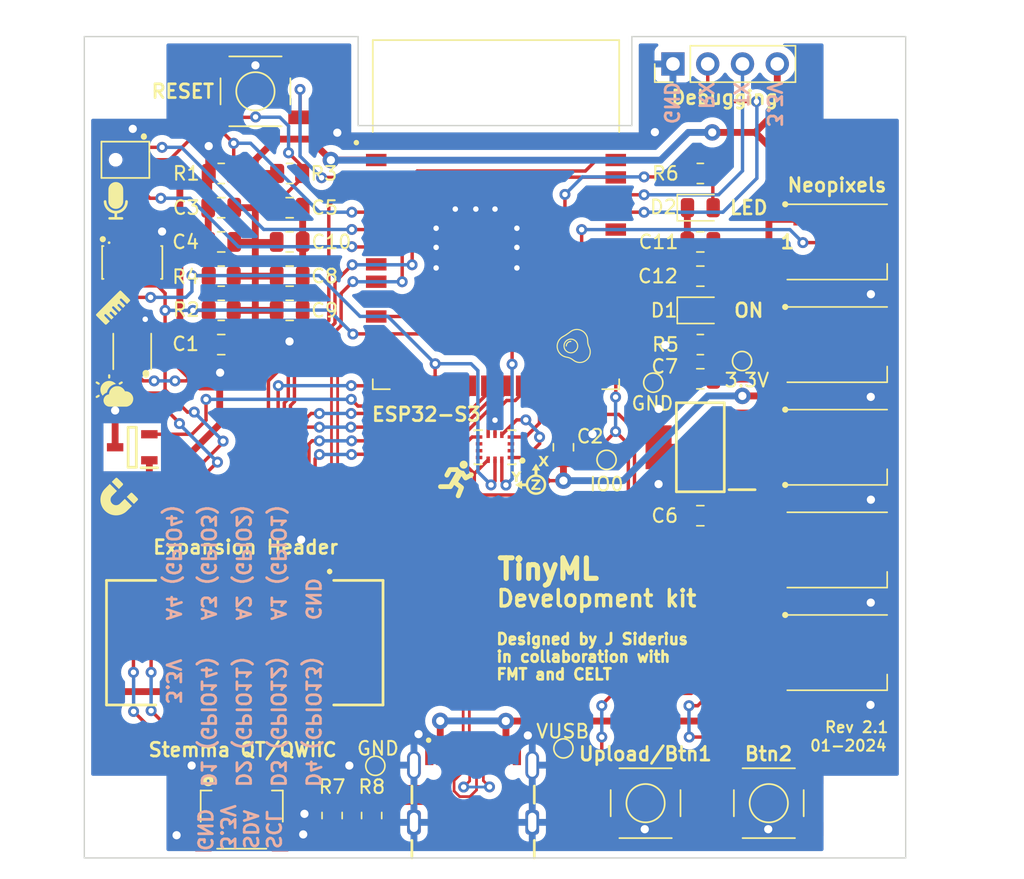
<source format=kicad_pcb>
(kicad_pcb (version 20221018) (generator pcbnew)
  (layers (0 "F.Cu" signal) (31 "B.Cu" signal) (34 "B.Paste" user) (35 "F.Paste" user) (36 "B.SilkS" user "B.Silkscreen") (37 "F.SilkS" user "F.Silkscreen") (38 "B.Mask" user) (39 "F.Mask" user) (44 "Edge.Cuts" user))
  (net 0 "")
  (net 1 "+3.3V")
  (net 2 "GND")
  (net 3 "VDD")
  (net 4 "NEOPIX")
  (net 5 "Net-(D3-DOUT)")
  (net 6 "Net-(D4-DOUT)")
  (net 7 "USB_D+")
  (net 8 "USB_D-")
  (net 9 "HALL_SENS")
  (net 10 "CC2")
  (net 11 "CC1")
  (net 12 "SDA")
  (net 13 "SCL")
  (net 14 "UART_RX")
  (net 15 "UART_TX")
  (net 16 "SPI_MISO")
  (net 17 "ANALOG_1")
  (net 18 "SPI_SCK")
  (net 19 "ANALOG_2")
  (net 20 "SPI_MOSI")
  (net 21 "ANALOG_3")
  (net 22 "SPI_CS")
  (net 23 "ANALOG_4")
  (net 24 "I2S_WS")
  (net 25 "I2S_SCK")
  (net 26 "I2S_SD")
  (net 27 "LED")
  (net 28 "BOOT{slash}BTN1")
  (net 30 "BTN2")
  (net 31 "RESET")
  (net 32 "IMU_WAKE")
  (net 34 "Net-(C5-Pad1)")
  (net 35 "Net-(D1-A)")
  (net 36 "Net-(D2-A)")
  (net 37 "Net-(D5-DOUT)")
  (net 38 "Net-(D6-DOUT)")
  (footprint "TestPoint:TestPoint_Pad_D1.0mm" (layer "F.Cu") (at 61.56 45.28)
    (fp_text reference "GND")
    (fp_text value "TestPoint")
  )
  (footprint "LIB_AP2114HA-3.3TRG1:SOT230P700X180-4N" (layer "F.Cu") (at 65 50 180)
    (fp_text reference "PS1" hide)
    (fp_text value "AP2114HA-3.3TRG1" hide)
  )
  (footprint "Resistor_SMD:R_0805_2012Metric" (layer "F.Cu") (at 40.99 76.9 -90)
    (fp_text reference "R8")
    (fp_text value "5.1k")
  )
  (footprint "Resistor_SMD:R_0805_2012Metric" (layer "F.Cu") (at 38.1 76.9 -90)
    (fp_text reference "R7")
    (fp_text value "5.1k")
  )
  (footprint "Capacitor_SMD:C_0805_2012Metric" (layer "F.Cu") (at 55 50 90)
    (fp_text reference "C2")
    (fp_text value "0.1u")
  )
  (footprint "LOGO" (layer "F.Cu") (at 22.1 39.8)
    (fp_text reference "G***" hide)
    (fp_text value "LOGO" hide)
  )
  (footprint "MountingHole:MountingHole_2.7mm_M2.5" (layer "F.Cu") (at 23 23)
    (fp_text reference "H1" hide)
    (fp_text value "MountingHole")
  )
  (footprint "SM04B-SRSS-TB_LF__SN_:JST_SM04B-SRSS-TB_LF__SN_" (layer "F.Cu") (at 31.5 74.75)
    (fp_text reference "J2" hide)
    (fp_text value "SM04B-SRSS-TB_LF__SN_")
  )
  (footprint "BMI270:XDCR_BMI270" (layer "F.Cu") (at 50 50 180)
    (fp_text reference "U2" hide)
    (fp_text value "BMI270")
  )
  (footprint "Capacitor_SMD:C_0805_2012Metric" (layer "F.Cu") (at 30 42.5 180)
    (fp_text reference "C1")
    (fp_text value "0.1u")
  )
  (footprint "TestPoint:TestPoint_Pad_D1.0mm" (layer "F.Cu") (at 41.26 73.27)
    (fp_text reference "GND")
    (fp_text value "TestPoint")
  )
  (footprint "Resistor_SMD:R_0805_2012Metric" (layer "F.Cu") (at 65 30 180)
    (fp_text reference "R6")
    (fp_text value "1k")
  )
  (footprint "Resistor_SMD:R_0805_2012Metric" (layer "F.Cu") (at 30 40 180)
    (fp_text reference "R2")
    (fp_text value "10k")
  )
  (footprint "Resistor_SMD:R_0805_2012Metric" (layer "F.Cu") (at 35 30)
    (fp_text reference "R3")
    (fp_text value "10k")
  )
  (footprint "Capacitor_SMD:C_0805_2012Metric" (layer "F.Cu") (at 30 32.5 180)
    (fp_text reference "C3")
    (fp_text value "0.1u")
  )
  (footprint "Capacitor_SMD:C_0805_2012Metric" (layer "F.Cu") (at 35 35)
    (fp_text reference "C10")
    (fp_text value "10u")
  )
  (footprint "Capacitor_SMD:C_0805_2012Metric" (layer "F.Cu") (at 35 40)
    (fp_text reference "C9")
    (fp_text value "10u")
  )
  (footprint "Resistor_SMD:R_0805_2012Metric" (layer "F.Cu") (at 30 30 180)
    (fp_text reference "R1")
    (fp_text value "100k")
  )
  (footprint "TestPoint:TestPoint_Pad_D1.0mm" (layer "F.Cu") (at 55 72)
    (fp_text reference "VUSB")
    (fp_text value "TestPoint")
  )
  (footprint "VL53L0CXV0DH_1:XDCR_VL53L0CXV0DH_1" (layer "F.Cu") (at 23.5 36.5 90)
    (fp_text reference "U3" hide)
    (fp_text value "VL53L0CXV0DH_1")
  )
  (footprint "ICS-43434:MIC_ICS-43434" (layer "F.Cu") (at 23 29 -90)
    (fp_text reference "MK1" hide)
    (fp_text value "ICS-43434")
  )
  (footprint "TestPoint:TestPoint_Pad_D1.0mm" (layer "F.Cu") (at 68.05 43.7)
    (fp_text reference "3.3V")
    (fp_text value "TestPoint")
  )
  (footprint "Capacitor_SMD:C_0805_2012Metric" (layer "F.Cu") (at 65 35 180)
    (fp_text reference "C11")
    (fp_text value "0.1u")
  )
  (footprint "LED_SMD:LED_0805_2012Metric" (layer "F.Cu") (at 65 32.5)
    (fp_text reference "D2")
    (fp_text value "LED_R")
  )
  (footprint "MountingHole:MountingHole_2.7mm_M2.5" (layer "F.Cu") (at 77 77)
    (fp_text reference "H3" hide)
    (fp_text value "MountingHole")
  )
  (footprint "PTS525SM15SMTR2LFS:SW_PTS525SM15SMTR2LFS" (layer "F.Cu") (at 70 76)
    (fp_text reference "S2" hide)
    (fp_text value "PTS525SM15SMTR2LFS")
  )
  (footprint "LOGO" (layer "F.Cu") (at 22.55 53.6)
    (fp_text reference "G***" hide)
    (fp_text value "LOGO" hide)
  )
  (footprint "Capacitor_SMD:C_0805_2012Metric" (layer "F.Cu") (at 65 37.5 180)
    (fp_text reference "C12")
    (fp_text value "10u")
  )
  (footprint "Resistor_SMD:R_0805_2012Metric" (layer "F.Cu") (at 30 37.5 180)
    (fp_text reference "R4")
    (fp_text value "10k")
  )
  (footprint "Connector_PinHeader_2.54mm:PinHeader_1x04_P2.54mm_Vertical" (layer "F.Cu") (at 63 22 90)
    (fp_text reference "J1" hide)
    (fp_text value "Conn_01x04")
  )
  (footprint "LOGO" (layer "F.Cu") (at 47.15 52.35)
    (fp_text reference "G***" hide)
    (fp_text value "LOGO" hide)
  )
  (footprint "Capacitor_SMD:C_0805_2012Metric" (layer "F.Cu") (at 65 45 180)
    (fp_text reference "C7")
    (fp_text value "4.7u")
  )
  (footprint "PTS525SM15SMTR2LFS:SW_PTS525SM15SMTR2LFS" (layer "F.Cu") (at 32.5 24 180)
    (fp_text reference "S3" hide)
    (fp_text value "PTS525SM15SMTR2LFS")
  )
  (footprint "Resistor_SMD:R_0805_2012Metric" (layer "F.Cu") (at 65 42.5)
    (fp_text reference "R5")
    (fp_text value "1k")
  )
  (footprint "Capacitor_SMD:C_0805_2012Metric" (layer "F.Cu") (at 35 37.5)
    (fp_text reference "C8")
    (fp_text value "10u")
  )
  (footprint "LOGO" (layer "F.Cu") (at 22.2 45.85)
    (fp_text reference "G***" hide)
    (fp_text value "LOGO" hide)
  )
  (footprint "MountingHole:MountingHole_2.7mm_M2.5" (layer "F.Cu") (at 77 23)
    (fp_text reference "H2" hide)
    (fp_text value "MountingHole")
  )
  (footprint "LED_SMD:LED_WS2812B_PLCC4_5.0x5.0mm_P3.2mm" (layer "F.Cu") (at 75 35)
    (fp_text reference "D3" hide)
    (fp_text value "WS2812B")
  )
  (footprint "LIB_SBH11-NBPC-D05-SM-BK:SBH11NBPCD05SMBK" (layer "F.Cu") (at 31.72 64.275 180)
    (fp_text reference "J3" hide)
    (fp_text value "SBH11-NBPC-D05-SM-BK" hide)
  )
  (footprint "MountingHole:MountingHole_2.7mm_M2.5" (layer "F.Cu") (at 23 77)
    (fp_text reference "H4" hide)
    (fp_text value "MountingHole")
  )
  (footprint "Capacitor_SMD:C_0805_2012Metric" (layer "F.Cu") (at 65 55 180)
    (fp_text reference "C6")
    (fp_text value "4.7u")
  )
  (footprint "TestPoint:TestPoint_Pad_D1.0mm" (layer "F.Cu") (at 58.15 50.92 180)
    (fp_text reference "IO0")
    (fp_text value "TestPoint")
  )
  (footprint "LED_SMD:LED_WS2812B_PLCC4_5.0x5.0mm_P3.2mm" (layer "F.Cu") (at 75 42.5)
    (fp_text reference "D4" hide)
    (fp_text value "WS2812B")
  )
  (footprint "ESP32-S3-WROOM-1-N16R8:XCVR_ESP32-S3-WROOM-1-N16R8" (layer "F.Cu") (at 50.0725 33.0075)
    (fp_text reference "U4" hide)
    (fp_text value "ESP32-S3-WROOM-1-N16R8")
  )
  (footprint "Capacitor_SMD:C_0805_2012Metric" (layer "F.Cu") (at 30 35 180)
    (fp_text reference "C4")
    (fp_text value "0.1u")
  )
  (footprint "AH49ENTR-G1:SOT95P280X145-3N" (layer "F.Cu") (at 23.5 50 180)
    (fp_text reference "IC1" hide)
    (fp_text value "AH49ENTR-G1")
  )
  (footprint "PTS525SM15SMTR2LFS:SW_PTS525SM15SMTR2LFS" (layer "F.Cu") (at 61 76)
    (fp_text reference "S1" hide)
    (fp_text value "PTS525SM15SMTR2LFS")
  )
  (footprint "LED_SMD:LED_WS2812B_PLCC4_5.0x5.0mm_P3.2mm" (layer "F.Cu") (at 75 57.5)
    (fp_text reference "D6" hide)
    (fp_text value "WS2812B")
  )
  (footprint "LOGO" (layer "F.Cu") (at 55.75 42.6)
    (fp_text reference "G***" hide)
    (fp_text value "LOGO" hide)
  )
  (footprint "USB4105GFA:GCT_USB4105GFA" (layer "F.Cu") (at 48.4 77.4)
    (fp_text reference "J4" hide)
    (fp_text value "USB4105GFA")
  )
  (footprint "BME280:PSON65P250X250X100-8N" (layer "F.Cu") (at 23.5 43 -90)
    (fp_text reference "U1" hide)
    (fp_text value "BME280")
  )
  (footprint "LED_SMD:LED_WS2812B_PLCC4_5.0x5.0mm_P3.2mm" (layer "F.Cu") (at 75 50)
    (fp_text reference "D5" hide)
    (fp_text value "WS2812B")
  )
  (footprint "Capacitor_SMD:C_0805_2012Metric" (layer "F.Cu") (at 35 32.5)
    (fp_text reference "C5")
    (fp_text value "1u")
  )
  (footprint "LOGO" (layer "F.Cu") (at 22.3 32)
    (fp_text reference "G***" hide)
    (fp_text value "LOGO" hide)
  )
  (footprint "LED_SMD:LED_WS2812B_PLCC4_5.0x5.0mm_P3.2mm" (layer "F.Cu") (at 75 65)
    (fp_text reference "D8" hide)
    (fp_text value "WS2812B")
  )
  (footprint "LED_SMD:LED_0805_2012Metric" (layer "F.Cu") (at 65 40)
    (fp_text reference "D1")
    (fp_text value "LED_G")
  )
  (footprint "LOGO" (layer "F.Cu") (at 52.55 52.05)
    (fp_text reference "G***" hide)
    (fp_text value "LOGO" hide)
  )
  (gr_circle (center 71.2 47.25) (end 71.35 47.25) (stroke (width 0.15)) (fill solid) (layer "F.SilkS"))
  (gr_circle (center 71.2 62.25) (end 71.35 62.25) (stroke (width 0.15)) (fill solid) (layer "F.SilkS"))
  (gr_circle (center 71.2 32.25) (end 71.35 32.25) (stroke (width 0.15)) (fill solid) (layer "F.SilkS"))
  (gr_circle (center 71.2 39.75) (end 71.35 39.75) (stroke (width 0.15)) (fill solid) (layer "F.SilkS"))
  (gr_circle (center 24.35 27.3125) (end 24.5 27.3125) (stroke (width 0.15)) (fill solid) (layer "F.SilkS"))
  (gr_circle (center 21.35 34.8) (end 21.5 34.8) (stroke (width 0.15)) (fill solid) (layer "F.SilkS"))
  (gr_circle (center 24.5 44.7) (end 24.65 44.7) (stroke (width 0.15)) (fill solid) (layer "F.SilkS"))
  (gr_circle (center 52 50.975) (end 52.15 50.975) (stroke (width 0.15)) (fill solid) (layer "F.SilkS"))
  (gr_circle (center 71.2 52.75) (end 71.35 52.75) (stroke (width 0.15)) (fill solid) (layer "F.SilkS"))
  (gr_line (start 20 20) (end 40 20) (stroke (width 0.1)) (layer "Edge.Cuts"))
  (gr_line (start 40 20) (end 40 26.5) (stroke (width 0.1)) (layer "Edge.Cuts"))
  (gr_line (start 20 80) (end 20 20) (stroke (width 0.1)) (layer "Edge.Cuts"))
  (gr_line (start 60 20) (end 80 20) (stroke (width 0.1)) (layer "Edge.Cuts"))
  (gr_line (start 80 80) (end 20 80) (stroke (width 0.1)) (layer "Edge.Cuts"))
  (gr_line (start 60 26.5) (end 60 20) (stroke (width 0.1)) (layer "Edge.Cuts"))
  (gr_line (start 40 26.5) (end 60 26.5) (stroke (width 0.1)) (layer "Edge.Cuts"))
  (gr_line (start 80 20) (end 80 80) (stroke (width 0.1)) (layer "Edge.Cuts"))
  (gr_text "3.3V" (at 70.4 26.7 270) (layer "B.SilkS") (effects (font (size 1 1) (thickness 0.2)) (justify left mirror)))
  (gr_text "A1 (GPIO1)" (at 34.15 62.75 -90) (layer "B.SilkS") (effects (font (size 1 1) (thickness 0.2)) (justify left mirror)))
  (gr_text "3.3V" (at 26.5 68.85 -90) (layer "B.SilkS") (effects (font (size 1 1) (thickness 0.2)) (justify left mirror)))
  (gr_text "GND" (at 62.883334 26.509524 -90) (layer "B.SilkS") (effects (font (size 1 1) (thickness 0.2)) (justify left mirror)))
  (gr_text "D4 (GPIO13)" (at 36.7 74.926191 270) (layer "B.SilkS") (effects (font (size 1 1) (thickness 0.2)) (justify left mirror)))
  (gr_text "A2 (GPIO2)" (at 31.6 62.75 -90) (layer "B.SilkS") (effects (font (size 1 1) (thickness 0.2)) (justify left mirror)))
  (gr_text "D3 (GPIO12)" (at 34.15 74.926191 270) (layer "B.SilkS") (effects (font (size 1 1) (thickness 0.2)) (justify left mirror)))
  (gr_text "SCL" (at 33.8 79.45 -90) (layer "B.SilkS") (effects (font (size 1 1) (thickness 0.2)) (justify left mirror)))
  (gr_text "SDA" (at 32.133332 79.45 -90) (layer "B.SilkS") (effects (font (size 1 1) (thickness 0.2)) (justify left mirror)))
  (gr_text "D1 (GPIO14)" (at 29.05 74.926191 270) (layer "B.SilkS") (effects (font (size 1 1) (thickness 0.2)) (justify left mirror)))
  (gr_text "A3 (GPIO3)" (at 29.05 62.75 -90) (layer "B.SilkS") (effects (font (size 1 1) (thickness 0.2)) (justify left mirror)))
  (gr_text "TX" (at 67.95 25.176191 270) (layer "B.SilkS") (effects (font (size 1 1) (thickness 0.2)) (justify left mirror)))
  (gr_text "GND" (at 28.8 79.6 -90) (layer "B.SilkS") (effects (font (size 1 1) (thickness 0.2)) (justify left mirror)))
  (gr_text "A4 (GPIO4)" (at 26.5 62.75 -90) (layer "B.SilkS") (effects (font (size 1 1) (thickness 0.2)) (justify left mirror)))
  (gr_text "GND" (at 36.7 62.75 -90) (layer "B.SilkS") (effects (font (size 1 1) (thickness 0.2)) (justify left mirror)))
  (gr_text "3.3V" (at 30.466666 79.5 -90) (layer "B.SilkS") (effects (font (size 1 1) (thickness 0.2)) (justify left mirror)))
  (gr_text "RX" (at 65.4 25.414286 270) (layer "B.SilkS") (effects (font (size 1 1) (thickness 0.2)) (justify left mirror)))
  (gr_text "D2 (GPIO11)" (at 31.6 74.926191 270) (layer "B.SilkS") (effects (font (size 1 1) (thickness 0.2)) (justify left mirror)))
  (gr_text "Neopixels" (at 71.254762 30.85) (layer "F.SilkS") (effects (font (size 1 1) (thickness 0.2)) (justify left)))
  (gr_text "1" (at 70.75 35) (layer "F.SilkS") (effects (font (size 1 1) (thickness 0.2)) (justify left)))
  (gr_text "ESP32-S3" (at 40.9 47.6) (layer "F.SilkS") (effects (font (size 1 1) (thickness 0.2)) (justify left)))
  (gr_text "Development kit" (at 50 61.05) (layer "F.SilkS") (effects (font (size 1.2 1.2) (thickness 0.25)) (justify left)))
  (gr_text "ON" (at 67.359524 40) (layer "F.SilkS") (effects (font (size 1 1) (thickness 0.2)) (justify left)))
  (gr_text "TinyML" (at 50 58.9) (layer "F.SilkS") (effects (font (size 1.5 1.5) (thickness 0.375) bold) (justify left)))
  (gr_text "Debugging" (at 62.769048 24.45) (layer "F.SilkS") (effects (font (size 1 1) (thickness 0.2)) (justify left)))
  (gr_text "RESET" (at 24.8 24) (layer "F.SilkS") (effects (font (size 1 1) (thickness 0.2)) (justify left)))
  (gr_text "LED" (at 67.05 32.5) (layer "F.SilkS") (effects (font (size 1 1) (thickness 0.2)) (justify left)))
  (gr_text "01-2024" (at 72.933094 71.8) (layer "F.SilkS") (effects (font (size 0.8 0.8)) (justify left)))
  (gr_text "Btn2" (at 68.135714 72.4) (layer "F.SilkS") (effects (font (size 1 1) (thickness 0.2)) (justify left)))
  (gr_text "Upload/Btn1" (at 56.016666 72.4) (layer "F.SilkS") (effects (font (size 1 1) (thickness 0.2)) (justify left)))
  (gr_text "Expansion Header" (at 24.912857 57.3) (layer "F.SilkS") (effects (font (size 1 1) (thickness 0.2)) (justify left)))
  (gr_text "Designed by J Siderius \nin collaboration with\nFMT and CELT" (at 50 65.3) (layer "F.SilkS") (effects (font (size 0.8 0.8) (thickness 0.2)) (justify left)))
  (gr_text "Rev 2.1" (at 74.015 70.45) (layer "F.SilkS") (effects (font (size 0.8 0.8)) (justify left)))
  (gr_text "Stemma QT/QWIIC" (at 24.57381 72.1) (layer "F.SilkS") (effects (font (size 1 1) (thickness 0.2)) (justify left)))
  (segment (start 70.01 34.99) (end 70.01 33.35) (width 0.5) (layer "F.Cu") (net 1))
  (segment (start 24.29 33.17) (end 25.1 33.17) (width 0.5) (layer "F.Cu") (net 1))
  (segment (start 22.25 67.85) (end 22.24 67.84) (width 0.5) (layer "F.Cu") (net 1))
  (segment (start 34.0875 30) (end 32.49 30) (width 0.5) (layer "F.Cu") (net 1))
  (segment (start 23.825 44.675) (end 23.825 43.97) (width 0.25) (layer "F.Cu") (net 1))
  (segment (start 70.01 40.83) (end 70.01 40.02) (width 0.5) (layer "F.Cu") (net 1))
  (segment (start 70.03 40.85) (end 70.01 40.83) (width 0.5) (layer "F.Cu") (net 1))
  (segment (start 65.9125 42.5) (end 65.9225 42.49) (width 0.25) (layer "F.Cu") (net 1))
  (segment (start 69.98 42.5) (end 65.9125 42.5) (width 0.5) (layer "F.Cu") (net 1))
  (segment (start 30.95 35) (end 30.96 35.01) (width 0.25) (layer "F.Cu") (net 1))
  (segment (start 32.49 42.5) (end 32.49 44.27) (width 0.5) (layer "F.Cu") (net 1))
  (segment (start 70.01 40.83) (end 70.01 43.7) (width 0.5) (layer "F.Cu") (net 1))
  (segment (start 70.62 25.39) (end 70.62 22) (width 0.5) (layer "F.Cu") (net 1))
  (segment (start 30.9125 40) (end 32.49 40) (width 0.5) (layer "F.Cu") (net 1))
  (segment (start 24.47 42.025) (end 24.475 42.03) (width 0.25) (layer "F.Cu") (net 1))
  (segment (start 70 40.03) (end 70.01 40.02) (width 0.5) (layer "F.Cu") (net 1))
  (segment (start 26.98 33.17) (end 26.98 30.64) (width 0.5) (layer "F.Cu") (net 1))
  (segment (start 52.925 53.485) (end 53.97 52.44) (width 0.25) (layer "F.Cu") (net 1))
  (segment (start 32.49 30) (end 32.49 29.02) (width 0.5) (layer "F.Cu") (net 1))
  (segment (start 70.02 48.32) (end 70.02 55.83) (width 0.5) (layer "F.Cu") (net 1))
  (segment (start 72.55 55.85) (end 70.04 55.85) (width 0.5) (layer "F.Cu") (net 1))
  (segment (start 24.75 52.09) (end 25.43 52.77) (width 0.5) (layer "F.Cu") (net 1))
  (segment (start 48.8375 49.25) (end 48.325 49.25) (width 0.25) (layer "F.Cu") (net 1))
  (segment (start 30.95 32.5) (end 32.49 32.5) (width 0.5) (layer "F.Cu") (net 1))
  (segment (start 36.48 27.49) (end 38.01 29.02) (width 0.5) (layer "F.Cu") (net 1))
  (segment (start 32.49 34.96) (end 32.49 37.5) (width 0.5) (layer "F.Cu") (net 1))
  (segment (start 34.01 35.04) (end 34.05 35) (width 0.5) (layer "F.Cu") (net 1))
  (segment (start 29.89 48.31) (end 29.89 45.6) (width 0.5) (layer "F.Cu") (net 1))
  (segment (start 32.43 35.02) (end 30.97 35.02) (width 0.5) (layer "F.Cu") (net 1))
  (segment (start 26.98 33.67) (end 26.98 33.17) (width 0.5) (layer "F.Cu") (net 1))
  (segment (start 27.73 44.87) (end 26.98 44.12) (width 0.5) (layer "F.Cu") (net 1))
  (segment (start 41.32 29.02) (end 41.3225 29.0175) (width 0.5) (layer "F.Cu") (net 1))
  (segment (start 24.75 50.95) (end 24.75 52.09) (width 0.5) (layer "F.Cu") (net 1))
  (segment (start 68.05 47.7) (end 69.99 47.7) (width 0.5) (layer "F.Cu") (net 1))
  (segment (start 52.25 48) (end 51.5875 48) (width 0.25) (layer "F.Cu") (net 1))
  (segment (start 53.97 52.44) (end 55 52.44) (width 0.25) (layer "F.Cu") (net 1))
  (segment (start 26.98 30.64) (end 26.24 29.9) (width 0.5) (layer "F.Cu") (net 1))
  (segment (start 32.49 37.5) (end 32.49 40) (width 0.5) (layer "F.Cu") (net 1))
  (segment (start 23.825 43.375) (end 23.825 43.706197) (width 0.25) (layer "F.Cu") (net 1))
  (segment (start 25.1 35.7) (end 26.98 35.7) (width 0.5) (layer "F.Cu") (net 1))
  (segment (start 32.49 30) (end 32.49 32.5) (width 0.5) (layer "F.Cu") (net 1))
  (segment (start 28.46 45.6) (end 27.73 44.87) (width 0.5) (layer "F.Cu") (net 1))
  (segment (start 48.49 51.93) (end 48.49 52.94) (width 0.25) (layer "F.Cu") (net 1))
  (segment (start 72.55 33.35) (end 70.01 33.35) (width 0.5) (layer "F.Cu") (net 1))
  (segment (start 20.95 36.95) (end 20.95 36.05) (width 0.5) (layer "F.Cu") (net 1))
  (segment (start 70.01 46.25) (end 68.07 46.25) (width 0.5) (layer "F.Cu") (net 1))
  (segment (start 27.45 45.15) (end 27.73 44.87) (width 0.25) (layer "F.Cu") (net 1))
  (segment (start 53.257299 49.257299) (end 53.257299 49.742701) (width 0.25) (layer "F.Cu") (net 1))
  (segment (start 34.05 37.5) (end 32.49 37.5) (width 0.5) (layer "F.Cu") (net 1))
  (segment (start 70.02 47.17) (end 70.02 48.32) (width 0.5) (layer "F.Cu") (net 1))
  (segment (start 51.1625 50.75) (end 52.28 50.75) (width 0.25) (layer "F.Cu") (net 1))
  (segment (start 38.01 29.02) (end 41.32 29.02) (width 0.5) (layer "F.Cu") (net 1))
  (segment (start 26.64 67.85) (end 22.25 67.85) (width 0.5) (layer "F.Cu") (net 1))
  (segment (start 53.257299 49.742701) (end 52.28 50.72) (width 0.25) (layer "F.Cu") (net 1))
  (segment (start 70.01 28) (end 69.01 27) (width 0.5) (layer "F.Cu") (net 1))
  (segment (start 55 50.95) (end 55 52.44) (width 0.5) (layer "F.Cu") (net 1))
  (segment (start 49.035 53.485) (end 52.925 53.485) (width 0.25) (layer "F.Cu") (net 1))
  (segment (start 51.5875 48) (end 50.5 49.0875) (width 0.25) (layer "F.Cu") (net 1))
  (segment (start 47.93 49.645) (end 47.93 51.37) (width 0.25) (layer "F.Cu") (net 1))
  (segment (start 52.28 50.75) (end 53.97 52.44) (width 0.25) (layer "F.Cu") (net 1))
  (segment (start 20.95 36.05) (end 21.3 35.7) (width 0.5) (layer "F.Cu") (net 1))
  (segment (start 25.43 52.77) (end 22.24 55.96) (width 0.5) (layer "F.Cu") (net 1))
  (segment (start 72.55 48.35) (end 70.05 48.35) (width 0.5) (layer "F.Cu") (net 1))
  (segment (start 70.02 62.28) (end 71.09 63.35) (width 0.5) (layer "F.Cu") (net 1))
  (segment (start 70.05 48.35) (end 70.02 48.32) (width 0.5) (layer "F.Cu") (net 1))
  (segment (start 24.3 45.15) (end 23.825 44.675) (width 0.25) (layer "F.Cu") (net 1))
  (segment (start 26.98 37.3) (end 26.98 35.7) (width 0.5) (layer "F.Cu") (net 1))
  (segment (start 70.01 33.35) (end 70.01 28) (width 0.5) (layer "F.Cu") (net 1))
  (segment (start 32.48 29.01) (end 34 27.49) (width 0.5) (layer "F.Cu") (net 1))
  (segment (start 30.95 42.5) (end 32.49 42.5) (width 0.5) (layer "F.Cu") (net 1))
  (segment (start 31.16 45.6) (end 29.89 45.6) (width 0.5) (layer "F.Cu") (net 1))
  (segment (start 26.6245 45.15) (end 27.45 45.15) (width 0.25) (layer "F.Cu") (net 1))
  (segment (start 52.28 50.72) (end 52.28 50.75) (width 0.25) (layer "F.Cu") (net 1))
  (segment (start 29.89 45.6) (end 28.46 45.6) (width 0.5) (layer "F.Cu") (net 1))
  (segment (start 26.98 35.7) (end 26.98 33.67) (width 0.5) (layer "F.Cu") (net 1))
  (segment (start 22.24 70.24) (end 24.01 72.01) (width 0.5) (layer "F.Cu") (net 1))
  (segment (start 22.24 67.84) (end 22.24 70.24) (width 0.5) (layer "F.Cu") (net 1))
  (segment (start 30.9125 37.5) (end 32.49 37.5) (width 0.5) (layer "F.Cu") (net 1))
  (segment (start 24.01 72.01) (end 29.55 72.01) (width 0.5) (layer "F.Cu") (net 1))
  (segment (start 69.01 27) (end 65.87 27) (width 0.5) (layer "F.Cu") (net 1))
  (segment (start 65.95 35) (end 70 35) (width 0.5) (layer "F.Cu") (net 1))
  (segment (start 32.49 29.02) (end 32.48 29.01) (width 0.5) (layer "F.Cu") (net 1))
  (segment (start 29.55 72.01) (end 31 73.46) (width 0.5) (layer "F.Cu") (net 1))
  (segment (start 31 73.46) (end 31 75) (width 0.5) (layer "F.Cu") (net 1))
  (segment (start 48.325 49.25) (end 47.93 49.645) (width 0.25) (layer "F.Cu") (net 1))
  (segment (start 32.49 32.5) (end 32.49 34.96) (width 0.5) (layer "F.Cu") (net 1))
  (segment (start 32.49 44.27) (end 31.16 45.6) (width 0.5) (layer "F.Cu") (net 1))
  (segment (start 26.24 29.9) (end 24.361 29.9) (width 0.5) (layer "F.Cu") (net 1))
  (segment (start 21.9 35.7) (end 21.9 33.85) (width 0.5) (layer "F.Cu") (net 1))
  (segment (start 69.01 27) (end 70.62 25.39) (width 0.5) (layer "F.Cu") (net 1))
  (segment (start 70.04 55.85) (end 70.02 55.83) (width 0.5) (layer "F.Cu") (net 1))
  (segment (start 69.98 45.02) (end 65.97 45.02) (width 0.5) (layer "F.Cu") (net 1))
  (segment (start 70 35) (end 70.01 34.99) (width 0.5) (layer "F.Cu") (net 1))
  (segment (start 32.57 35.04) (end 34.01 35.04) (width 0.5) (layer "F.Cu") (net 1))
  (segment (start 24.475 42.03) (end 24.475 42.725) (width 0.25) (layer "F.Cu") (net 1))
  (segment (start 25.43 52.77) (end 29.89 48.31) (width 0.5) (layer "F.Cu") (net 1))
  (segment (start 25.1 33.17) (end 26.98 33.17) (width 0.5) (layer "F.Cu") (net 1))
  (segment (start 22.24 55.96) (end 22.24 67.84) (width 0.5) (layer "F.Cu") (net 1))
  (segment (start 23.175 42.03) (end 23.175 42.725) (width 0.25) (layer "F.Cu") (net 1))
  (segment (start 22.58 33.17) (end 24.29 33.17) (width 0.5) (layer "F.Cu") (net 1))
  (segment (start 21.9 37.3) (end 21.3 37.3) (width 0.5) (layer "F.Cu") (net 1))
  (segment (start 34.05 40) (end 32.49 40) (width 0.5) (layer "F.Cu") (net 1))
  (segment (start 32.49 40) (end 32.49 42.5) (width 0.5) (layer "F.Cu") (net 1))
  (segment (start 71.09 63.35) (end 72.55 63.35) (width 0.5) (layer "F.Cu") (net 1))
  (segment (start 70.02 55.83) (end 70.02 62.28) (width 0.5) (layer "F.Cu") (net 1))
  (segment (start 49.5 50.92) (end 48.49 51.93) (width 0.25) (layer "F.Cu") (net 1))
  (segment (start 47.93 51.37) (end 48.49 51.93) (width 0.25) (layer "F.Cu") (net 1))
  (segment (start 23.175 42.725) (end 23.825 43.375) (width 0.25) (layer "F.Cu") (net 1))
  (segment (start 34 27.49) (end 36.48 27.49) (width 0.5) (layer "F.Cu") (net 1))
  (segment (start 70.01 46.25) (end 70.01 47.16) (width 0.5) (layer "F.Cu") (net 1))
  (segment (start 70.01 47.16) (end 70.02 47.17) (width 0.5) (layer "F.Cu") (net 1))
  (segment (start 70.01 40.02) (end 70.01 37.5) (width 0.5) (layer "F.Cu") (net 1))
  (segment (start 70.01 43.7) (end 70.01 46.25) (width 0.5) (layer "F.Cu") (net 1))
  (segment (start 68.05 43.7) (end 70.01 43.7) (width 0.25) (layer "F.Cu") (net 1))
  (segment (start 65.97 45.02) (end 65.95 45) (width 0.5) (layer "F.Cu") (net 1))
  (segment (start 70.01 37.5) (end 70.01 34.99) (width 0.5) (layer "F.Cu") (net 1))
  (segment (start 21.3 37.3) (end 20.95 36.95) (width 0.5) (layer "F.Cu") (net 1))
  (segment (start 21.9 33.85) (end 22.58 33.17) (width 0.5) (layer "F.Cu") (net 1))
  (segment (start 72.55 40.85) (end 70.03 40.85) (width 0.5) (layer "F.Cu") (net 1))
  (segment (start 21.3 35.7) (end 21.9 35.7) (width 0.5) (layer "F.Cu") (net 1))
  (segment (start 65.95 37.5) (end 70.01 37.5) (width 0.5) (layer "F.Cu") (net 1))
  (segment (start 48.49 52.94) (end 49.035 53.485) (width 0.25) (layer "F.Cu") (net 1))
  (segment (start 49.5 50.9125) (end 49.5 50.92) (width 0.25) (layer "F.Cu") (net 1))
  (segment (start 25.1 37.3) (end 26.98 37.3) (width 0.5) (layer "F.Cu") (net 1))
  (segment (start 25.1 45.15) (end 24.3 45.15) (width 0.25) (layer "F.Cu") (net 1))
  (segment (start 26.98 44.12) (end 26.98 37.3) (width 0.5) (layer "F.Cu") (net 1))
  (segment (start 23.825 43.706197) (end 23.825 43.97) (width 0.25) (layer "F.Cu") (net 1))
  (segment (start 24.475 42.725) (end 23.825 43.375) (width 0.25) (layer "F.Cu") (net 1))
  (segment (start 69.99 47.7) (end 70.02 47.73) (width 0.5) (layer "F.Cu") (net 1))
  (segment (start 30.97 35.02) (end 30.95 35) (width 0.5) (layer "F.Cu") (net 1))
  (via (at 65.87 27) (size 1.2) (drill 0.6) (layers "F.Cu" "B.Cu") (net 1))
  (via (at 53.257299 49.257299) (size 0.8) (drill 0.4) (layers "F.Cu" "B.Cu") (net 1))
  (via (at 25.1 45.15) (size 0.8) (drill 0.4) (layers "F.Cu" "B.Cu") (net 1))
  (via (at 55 52.44) (size 1.2) (drill 0.6) (layers "F.Cu" "B.Cu") (net 1))
  (via (at 38.01 29.02) (size 1.2) (drill 0.6) (layers "F.Cu" "B.Cu") (net 1))
  (via (at 68.07 46.25) (size 1.2) (drill 0.6) (layers "F.Cu" "B.Cu") (net 1))
  (via (at 52.25 48) (size 0.8) (drill 0.4) (layers "F.Cu" "B.Cu") (net 1))
  (via (at 26.6245 45.15) (size 0.8) (drill 0.4) (layers "F.Cu" "B.Cu") (net 1))
  (segment (start 59.36 52.44) (end 55 52.44) (width 0.5) (layer "B.Cu") (net 1))
  (segment (start 68.07 46.25) (end 65.55 46.25) (width 0.5) (layer "B.Cu") (net 1))
  (segment (start 52.25 48) (end 53.257299 49.007299) (width 0.25) (layer "B.Cu") (net 1))
  (segment (start 26.6245 45.15) (end 25.1 45.15) (width 0.25) (layer "B.Cu") (net 1))
  (segment (start 64.12 27) (end 62.09 29.03) (width 0.5) (layer "B.Cu") (net 1))
  (segment (start 62.09 29.03) (end 38.02 29.03) (width 0.5) (layer "B.Cu") (net 1))
  (segment (start 38.02 29.03) (end 38.01 29.02) (width 0.5) (layer "B.Cu") (net 1))
  (segment (start 53.257299 49.007299) (end 53.257299 49.257299) (width 0.25) (layer "B.Cu") (net 1))
  (segment (start 65.55 46.25) (end 59.36 52.44) (width 0.5) (layer "B.Cu") (net 1))
  (segment (start 65.87 27) (end 64.12 27) (width 0.5) (layer "B.Cu") (net 1))
  (segment (start 23.11 34.24) (end 22.7 34.65) (width 0.5) (layer "F.Cu") (net 2))
  (segment (start 47.1225 35.4075) (end 47.1225 36.9075) (width 0.25) (layer "F.Cu") (net 2))
  (segment (start 57.8 77.9) (end 64.2 77.9) (width 0.5) (layer "F.Cu") (net 2))
  (segment (start 50.0225 35.4075) (end 48.5725 35.4075) (width 0.25) (layer "F.Cu") (net 2))
  (segment (start 22.73 26.74) (end 22.26 27.21) (width 0.5) (layer "F.Cu") (net 2))
  (segment (start 35.95 37.5) (end 35.95 40) (width 0.5) (layer "F.Cu") (net 2))
  (segment (start 23.85 42.005) (end 23.85 40.65) (width 0.25) (layer "F.Cu") (net 2))
  (segment (start 47.1225 35.4075) (end 45.7075 35.4075) (width 0.25) (layer "F.Cu") (net 2))
  (segment (start 62 55) (end 62 52.74) (width 0.5) (layer "F.Cu") (net 2))
  (segment (start 47.1225 32.5225) (end 47.1 32.5) (width 0.25) (layer "F.Cu") (net 2))
  (segment (start 29.57 73.23) (end 27.86 73.23) (width 0.5) (layer "F.Cu") (net 2))
  (segment (start 50.0225 35.4075) (end 50.0225 34.0075) (width 0.25) (layer "F.Cu") (net 2))
  (segment (start 66.8 77.9) (end 73.2 77.9) (width 0.5) (layer "F.Cu") (net 2))
  (segment (start 29.05 43.68) (end 29.92 44.55) (width 0.5) (layer "F.Cu") (net 2))
  (segment (start 48.5725 34.0075) (end 50.0225 34.0075) (width 0.25) (layer "F.Cu") (net 2))
  (segment (start 50.0225 36.9075) (end 48.5725 36.9075) (width 0.25) (layer "F.Cu") (net 2))
  (segment (start 23.5 35.7) (end 23.5 34.24) (width 0.5) (layer "F.Cu") (net 2))
  (segment (start 23.5 36.48) (end 23.5 35.7) (width 0.5) (layer "F.Cu") (net 2))
  (segment (start 64.05 55) (end 62 55) (width 0.5) (layer "F.Cu") (net 2))
  (segment (start 57.11 49.05) (end 57.12 49.04) (width 0.5) (layer "F.Cu") (net 2))
  (segment (start 21.9 36.5) (end 22.71 36.5) (width 0.5) (layer "F.Cu") (net 2))
  (segment (start 41.26 73.27) (end 39.38 73.27) (width 0.5) (layer "F.Cu") (net 2))
  (segment (start 24.3 34.25) (end 24.29 34.24) (width 0.5) (layer "F.Cu") (net 2))
  (segment (start 22.7 34.65) (end 22.7 35.7) (width 0.5) (layer "F.Cu") (net 2))
  (segment (start 64.05 35) (end 64.05 32.5125) (width 0.5) (layer "F.Cu") (net 2))
  (segment (start 50.0225 34.0075) (end 51.5925 34.0075) (width 0.25) (layer "F.Cu") (net 2))
  (segment (start 24.3 35.7) (end 24.3 34.25) (width 0.5) (layer "F.Cu") (net 2))
  (segment (start 23.825 42.03) (end 23.85 42.005) (width 0.25) (layer "F.Cu") (net 2))
  (segment (start 38.1 77.8125) (end 37.1125 77.8125) (width 0.5) (layer "F.Cu") (net 2))
  (segment (start 24.95 40.65) (end 24.45 40.65) (width 0.25) (layer "F.Cu") (net 2))
  (segment (start 28.165 78.34) (end 26.74 78.34) (width 0.5) (layer "F.Cu") (net 2))
  (segment (start 48.5725 32.6275) (end 48.6 32.6) (width 0.25) (layer "F.Cu") (net 2))
  (segment (start 50 49.0875) (end 50 48.02) (width 0.25) (layer "F.Cu") (net 2))
  (segment (start 22.525 41.075) (end 22.95 40.65) (width 0.25) (layer "F.Cu") (net 2))
  (segment (start 22.71 36.5) (end 22.7 36.49) (width 0.5) (layer "F.Cu") (net 2))
  (segment (start 62 52.74) (end 61.95 52.69) (width 0.5) (layer "F.Cu") (net 2))
  (segment (start 45.7075 34.0075) (end 45.7 34) (width 0.25) (layer "F.Cu") (net 2))
  (segment (start 47.1225 34.0075) (end 45.7075 34.0075) (width 0.25) (layer "F.Cu") (net 2))
  (segment (start 47.1225 36.9075) (end 45.7075 36.9075) (width 0.25) (layer "F.Cu") (net 2))
  (segment (start 24.31 36.5) (end 24.3 36.49) (width 0.5) (layer "F.Cu") (net 2))
  (segment (start 51.5925 34.0075) (end 51.6 34) (width 0.25) (layer "F.Cu") (net 2))
  (segment (start 49.77 48.02) (end 50 48.02) (width 0.25) (layer "F.Cu") (net 2))
  (segment (start 29.3 22.1) (end 35.7 22.1) (width 0.5) (layer "F.Cu") (net 2))
  (segment (start 29.0875 30) (end 29.0875 32.4625) (width 0.5) (layer "F.Cu") (net 2))
  (segment (start 63.29 40) (end 64.0625 40) (width 0.5) (layer "F.Cu") (net 2))
  (segment (start 24.29 34.24) (end 23.5 34.24) (width 0.5) (layer "F.Cu") (net 2))
  (segment (start 64.05 37.5) (end 64.05 35) (width 0.5) (layer "F.Cu") (net 2))
  (segment (start 25.3 43.145) (end 25.3 41) (width 0.25) (layer "F.Cu") (net 2))
  (segment (start 30 73.66) (end 29.57 73.23) (width 0.5) (layer "F.Cu") (net 2))
  (segment (start 61.95 50) (end 61.95 47.21) (width 0.5) (layer "F.Cu") (net 2))
  (segment (start 61.96 45.68) (end 61.96 47.2) (width 0.5) (layer "F.Cu") (net 2))
  (segment (start 45.7075 35.4075) (end 45.7 35.4) (width 0.25) (layer "F.Cu") (net 2))
  (segment (start 61.68 26.98) (end 60.9125 27.7475) (width 0.5) (layer "F.Cu") (net 2))
  (segment (start 51.6 72.645) (end 51.6 71.78) (width 0.5) (layer "F.Cu") (net 2))
  (segment (start 77.45 68.8) (end 77.43 68.82) (width 0.5) (layer "F.Cu") (net 2))
  (segment (start 34.3 78.625) (end 34.645 78.28) (width 0.5) (layer "F.Cu") (net 2))
  (segment (start 52.4 70.98) (end 52.4 71.0495) (width 0.5) (layer "F.Cu") (net 2))
  (segment (start 22.26 27.21) (end 22.26 27.78) (width 0.5) (layer "F.Cu") (net 2))
  (segment (start 35.95 35) (end 35.95 37.5) (width 0.5) (layer "F.Cu") (net 2))
  (segment (start 23.52 36.5) (end 23.5 36.48) (width 0.5) (layer "F.Cu") (net 2))
  (segment (start 22.26 27.78) (end 22.26 28.19) (width 0.5) (layer "F.Cu") (net 2))
  (segment (start 23.52 36.5) (end 24.31 36.5) (width 0.5) (layer "F.Cu") (net 2))
  (segment (start 77.45 53.82) (end 77.46 53.83) (width 0.5) (layer "F.Cu") (net 2))
  (segment (start 22.71 36.5) (end 23.52 36.5) (width 0.5) (layer "F.Cu") (net 2))
  (segment (start 40.99 77.8125) (end 38.1 77.8125) (width 0.5) (layer "F.Cu") (net 2))
  (segment (start 22.525 42.03) (end 22.525 41.075) (width 0.25) (layer "F.Cu") (net 2))
  (segment (start 61.56 45.28) (end 61.96 45.68) (width 0.5) (layer "F.Cu") (net 2))
  (segment (start 77.45 51.65) (end 77.45 53.82) (width 0.5) (layer "F.Cu") (net 2))
  (segment (start 51.5925 35.4075) (end 51.6 35.4) (width 0.25) (layer "F.Cu") (net 2))
  (segment (start 23.85 40.65) (end 24.45 40.65) (width 0.25) (layer "F.Cu") (net 2))
  (segment (start 50.0225 36.9075) (end 50.0225 35.4075) (width 0.25) (layer "F.Cu") (net 2))
  (segment (start 64.05 32.5125) (end 64.0625 32.5) (width 0.5) (layer "F.Cu") (net 2))
  (segment (start 63.14 45) (end 62.45 44.31) (width 0.5) (layer "F.Cu") (net 2))
  (segment (start 55 49.05) (end 57.11 49.05) (width 0.5) (layer "F.Cu") (net 2))
  (segment (start 24.475 43.97) (end 25.3 43.145) (width 0.25) (layer "F.Cu") (net 2))
  (segment (start 64.05 45) (end 63.14 45) (width 0.5) (layer "F.Cu") (net 2))
  (segment (start 49.5 48.29) (end 49.77 48.02) (width 0.25) (layer "F.Cu") (net 2))
  (segment (start 23.81 42.015) (end 23.825 42.03) (width 0.25) (layer "F.Cu") (net 2))
  (segment (start 27.86 73.23) (end 27.84 73.25) (width 0.5) (layer "F.Cu") (net 2))
  (segment (start 29.0875 30) (end 29.0875 27.9975) (width 0.5) (layer "F.Cu") (net 2))
  (segment (start 29.05 32.5) (end 29.05 35) (width 0.5) (layer "F.Cu") (net 2))
  (segment (start 47.1225 34.0075) (end 47.1225 35.4075) (width 0.25) (layer "F.Cu") (net 2))
  (segment (start 50.0225 35.4075) (end 51.5925 35.4075) (width 0.25) (layer "F.Cu") (net 2))
  (segment (start 62.45 44.31) (end 62.45 40.84) (width 0.5) (layer "F.Cu") (net 2))
  (segment (start 22.25 47.31) (end 22.25 50) (width 0.5) (layer "F.Cu") (net 2))
  (segment (start 23.539 26.741) (end 23.538 26.74) (width 0.5) (layer "F.Cu") (net 2))
  (segment (start 35.95 32.5) (end 35.95 35) (width 0.5) (layer "F.Cu") (net 2))
  (segment (start 39.2075 27.7475) (end 38.48 27.02) (width 0.5) (layer "F.Cu") (net 2))
  (segment (start 35.95 40) (end 35.95 41.31) (width 0.5) (layer "F.Cu") (net 2))
  (segment (start 37.1125 77.8125) (end 36.08 76.78) (width 0.5) (layer "F.Cu") (net 2))
  (segment (start 36.8 57.71) (end 36.8 60.7) (width 0.5) (layer "F.Cu") (net 2))
  (segment (start 62.45 40.84) (end 63.29 40) (width 0.5) (layer "F.Cu") (net 2))
  (segment (start 22.95 40.65) (end 23.85 40.65) (width 0.25) (layer "F.Cu") (net 2))
  (segment (start 28.7 78.875) (end 28.165 78.34) (width 0.5) (layer "F.Cu") (net 2))
  (segment (start 23.54 26.74) (end 23.539 26.741) (width 0.5) (layer "F.Cu") (net 2))
  (segment (start 25.3 41) (end 24.95 40.65) (width 0.25) (layer "F.Cu") (net 2))
  (segment (start 23.539 28.1) (end 23.539 26.741) (width 0.5) (layer "F.Cu") (net 2))
  (segment (start 77.45 66.65) (end 77.45 68.8) (width 0.5) (layer "F.Cu") (net 2))
  (segment (start 77.45 36.65) (end 77.45 38.81) (width 0.5) (layer "F.Cu") (net 2))
  (segment (start 45.7075 36.9075) (end 45.7 36.9) (width 0.25) (layer "F.Cu") (net 2))
  (segment (start 49.5 49.0875) (end 49.5 48.29) (width 0.25) (layer "F.Cu") (net 2))
  (segment (start 50.0225 36.9075) (end 51.5925 36.9075) (width 0.25) (layer "F.Cu") (net 2))
  (segment (start 47.1225 36.9075) (end 48.5725 36.9075) (width 0.25) (layer "F.Cu") (net 2))
  (segment (start 68.05 50) (end 61.95 50) (width 0.5) (layer "F.Cu") (net 2))
  (segment (start 60.9125 27.7475) (end 58.8225 27.7475) (width 0.5) (layer "F.Cu") (net 2))
  (segment (start 51.6 71.78) (end 52.4 70.98) (width 0.5) (layer "F.Cu") (net 2))
  (segment (start 64.0625 40) (end 64.0625 37.5125) (width 0.5) (layer "F.Cu") (net 2))
  (segment (start 29.05 42.5) (end 29.05 43.68) (width 0.5) (layer "F.Cu") (net 2))
  (segment (start 47.1225 35.4075) (end 48.5725 35.4075) (width 0.25) (layer "F.Cu") (net 2))
  (segment (start 44.415 70.955) (end 45.2 71.74) (width 0.5) (layer "F.Cu") (net 2))
  (segment (start 47.1225 34.0075) (end 47.1225 32.5225) (width 0.25) (layer "F.Cu") (net 2))
  (segment (start 23.5 34.24) (end 23.11 34.24) (width 0.5) (layer "F.Cu") (net 2))
  (segment (start 35.84 56.75) (end 36.8 57.71) (width 0.5) (layer "F.Cu") (net 2))
  (segment (start 24.3 36.49) (end 24.3 35.7) (width 0.5) (layer "F.Cu") (net 2))
  (segment (start 48.5725 34.0075) (end 48.5725 32.6275) (width 0.25) (layer "F.Cu") (net 2))
  (segment (start 22.7 36.49) (end 22.7 35.7) (width 0.5) (layer "F.Cu") (net 2))
  (segment (start 51.5925 36.9075) (end 51.6 36.9) (width 0.25) (layer "F.Cu") (net 2))
  (segment (start 77.45 38.81) (end 77.46 38.82) (width 0.5) (layer "F.Cu") (net 2))
  (segment (start 45.2 71.74) (end 45.2 72.645) (width 0.5) (layer "F.Cu") (net 2))
  (segment (start 23.538 26.74) (end 22.73 26.74) (width 0.5) (layer "F.Cu") (net 2))
  (segment (start 34.3 78.875) (end 34.3 78.625) (width 0.5) (layer "F.Cu") (net 2))
  (segment (start 64.0625 37.5125) (end 64.05 37.5) (width 0.5) (layer "F.Cu") (net 2))
  (segment (start 61.95 47.21) (end 61.96 47.2) (width 0.5) (layer "F.Cu") (net 2))
  (segment (start 41.3225 27.7475) (end 39.2075 27.7475) (width 0.5) (layer "F.Cu") (net 2))
  (segment (start 61.95 50) (end 61.95 52.69) (width 0.5) (layer "F.Cu") (net 2))
  (segment (start 29.08 27.99) (end 29.0875 27.9975) (width 0.5) (layer "F.Cu") (net 2))
  (segment (start 29.0875 32.4625) (end 29.05 32.5) (width 0.5) (layer "F.Cu") (net 2))
  (segment (start 35.95 41.31) (end 34.99 42.27) (width 0.5) (layer "F.Cu") (net 2))
  (segment (start 48.5725 35.4075) (end 48.5725 36.9075) (width 0.25) (layer "F.Cu") (net 2))
  (segment (start 48.5725 35.4075) (end 48.5725 34.0075) (width 0.25) (layer "F.Cu") (net 2))
  (segment (start 77.45 59.15) (end 77.45 61.35) (width 0.5) (layer "F.Cu") (net 2))
  (segment (start 39.38 73.27) (end 39.36 73.25) (width 0.5) (layer "F.Cu") (net 2))
  (segment (start 77.45 44.15) (end 77.45 46.32) (width 0.5) (layer "F.Cu") (net 2))
  (segment (start 24.31 36.5) (end 25.1 36.5) (width 0.5) (layer "F.Cu") (net 2))
  (segment (start 25.68 34.24) (end 24.29 34.24) (width 0.5) (layer "F.Cu") (net 2))
  (segment (start 50.0225 34.0075) (end 50.0225 32.6225) (width 0.25) (layer "F.Cu") (net 2))
  (segment (start 47.1225 34.0075) (end 48.5725 34.0075) (width 0.25) (layer "F.Cu") (net 2))
  (segment (start 50.0225 32.6225) (end 50 32.6) (width 0.25) (layer "F.Cu") (net 2))
  (segment (start 30 75) (end 30 73.66) (width 0.5) (layer "F.Cu") (net 2))
  (segment (start 34.645 78.28) (end 35.99 78.28) (width 0.5) (layer "F.Cu") (net 2))
  (via (at 23.539 26.741) (size 1.2) (drill 0.6) (layers "F.Cu" "B.Cu") (net 2))
  (via (at 36.08 76.78) (size 1.2) (drill 0.6) (layers "F.Cu" "B.Cu") (net 2))
  (via (at 22.25 47.31) (size 1.2) (drill 0.6) (layers "F.Cu" "B.Cu") (net 2))
  (via (at 44.415 70.955) (size 1.2) (drill 0.6) (layers "F.Cu" "B.Cu") (net 2))
  (via (at 24.45 40.65) (size 0.8) (drill 0.4) (layers "F.Cu" "B.Cu") (net 2))
  (via (at 25.68 34.24) (size 1.2) (drill 0.6) (layers "F.Cu" "B.Cu") (net 2))
  (via (at 48.6 32.6) (size 0.8) (drill 0.4) (layers "F.Cu" "B.Cu") (net 2))
  (via (at 77.46 38.82) (size 1.2) (drill 0.6) (layers "F.Cu" "B.Cu") (net 2))
  (via (at 60.94 77.9) (size 1.2) (drill 0.6) (layers "F.Cu" "B.Cu") (net 2))
  (via (at 77.46 53.83) (size 1.2) (drill 0.6) (layers "F.Cu" "B.Cu") (net 2))
  (via (at 51.6 36.9) (size 0.8) (drill 0.4) (layers "F.Cu" "B.Cu") (net 2))
  (via (at 51.6 34) (size 0.8) (drill 0.4) (layers "F.Cu" "B.Cu") (net 2))
  (via (at 45.7 35.4) (size 0.8) (drill 0.4) (layers "F.Cu" "B.Cu") (net 2))
  (via (at 57.12 49.04) (size 1.2) (drill 0.6) (layers "F.Cu" "B.Cu") (net 2))
  (via (at 47.1 32.6) (size 0.8) (drill 0.4) (layers "F.Cu" "B.Cu") (net 2))
  (via (at 35.84 56.75) (size 1.2) (drill 0.6) (layers "F.Cu" "B.Cu") (net 2))
  (via (at 61.68 26.98) (size 1.2) (drill 0.6) (layers "F.Cu" "B.Cu") (net 2))
  (via (at 62.45 42.54) (size 1.2) (drill 0.6) (layers "F.Cu" "B.Cu") (net 2))
  (via (at 45.7 34) (size 0.8) (drill 0.4) (layers "F.Cu" "B.Cu") (net 2))
  (via (at 45.7 36.9) (size 0.8) (drill 0.4) (layers "F.Cu" "B.Cu") (net 2))
  (via (at 35.99 78.28) (size 1.2) (drill 0.6) (layers "F.Cu" "B.Cu") (net 2))
  (via (at 26.74 78.34) (size 1.2) (drill 0.6) (layers "F.Cu" "B.Cu") (net 2))
  (via (at 29.0875 27.9975) (size 1.2) (drill 0.6) (layers "F.Cu" "B.Cu") (net 2))
  (via (at 50 48.02) (size 0.8) (drill 0.4) (layers "F.Cu" "B.Cu") (net 2))
  (via (at 51.6 35.4) (size 0.8) (drill 0.4) (layers "F.Cu" "B.Cu") (net 2))
  (via (at 69.96 77.9) (size 1.2) (drill 0.6) (layers "F.Cu" "B.Cu") (net 2))
  (via (at 39.36 73.25) (size 1.2) (drill 0.6) (layers "F.Cu" "B.Cu") (net 2))
  (via (at 52.4 71.0495) (size 1.2) (drill 0.6) (layers "F.Cu" "B.Cu") (net 2))
  (via (at 61.96 47.2) (size 1.2) (drill 0.6) (layers "F.Cu" "B.Cu") (net 2))
  (via (at 32.5 22.1) (size 1.2) (drill 0.6) (layers "F.Cu" "B.Cu") (net 2))
  (via (at 50 32.6) (size 0.8) (drill 0.4) (layers "F.Cu" "B.Cu") (net 2))
  (via (at 61.95 52.69) (size 1.2) (drill 0.6) (layers "F.Cu" "B.Cu") (net 2))
  (via (at 38.48 27.02) (size 1.2) (drill 0.6) (layers "F.Cu" "B.Cu") (net 2))
  (via (at 27.84 73.25) (size 1.2) (drill 0.6) (layers "F.Cu" "B.Cu") (net 2))
  (via (at 77.43 68.82) (size 1.2) (drill 0.6) (layers "F.Cu" "B.Cu") (net 2))
  (via (at 77.45 46.32) (size 1.2) (drill 0.6) (layers "F.Cu" "B.Cu") (net 2))
  (via (at 77.45 61.35) (size 1.2) (drill 0.6) (layers "F.Cu" "B.Cu") (net 2))
  (via (at 34.99 42.27) (size 1.2) (drill 0.6) (layers "F.Cu" "B.Cu") (net 2))
  (via (at 29.92 44.55) (size 1.2) (drill 0.6) (layers "F.Cu" "B.Cu") (net 2))
  (segment (start 50.79 70) (end 55 70) (width 0.5) (layer "F.Cu") (net 3))
  (segment (start 68.05 55) (end 68.05 52.3) (width 0.5) (layer "F.Cu") (net 3))
  (segment (start 65.95 55) (end 68.05 55) (width 0.5) (layer "F.Cu") (net 3))
  (segment (start 68.05 67.34) (end 68.05 55) (width 0.5) (layer "F.Cu") (net 3))
  (segment (start 55 70) (end 56 70) (width 0.5) (layer "F.Cu") (net 3))
  (segment (start 65.39 70) (end 68.05 67.34) (width 0.5) (layer "F.Cu") (net 3))
  (segment (start 50.8 72.645) (end 50.8 70.01) (width 0.5) (layer "F.Cu") (net 3))
  (segment (start 46 72.645) (end 46 69.99) (width 0.5) (layer "F.Cu") (net 3))
  (segment (start 55 72) (end 55 70) (width 0.5) (layer "F.Cu") (net 3))
  (segment (start 50.8 70.01) (end 50.79 70) (width 0.5) (layer "F.Cu") (net 3))
  (segment (start 56 70) (end 65.39 70) (width 0.5) (layer "F.Cu") (net 3))
  (via (at 50.79 70) (size 1.2) (drill 0.6) (layers "F.Cu" "B.Cu") (net 3))
  (via (at 46 69.99) (size 1.2) (drill 0.6) (layers "F.Cu" "B.Cu") (net 3))
  (segment (start 50.78 69.99) (end 50.79 70) (width 0.5) (layer "B.Cu") (net 3))
  (segment (start 46 69.99) (end 50.78 69.99) (width 0.5) (layer "B.Cu") (net 3))
  (segment (start 56.33 39.54) (end 56.33 34.1) (width 0.25) (layer "F.Cu") (net 4))
  (segment (start 55.4225 40.4475) (end 56.33 39.54) (width 0.25) (layer "F.Cu") (net 4))
  (segment (start 77.45 34.3) (end 77.45 33.35) (width 0.25) (layer "F.Cu") (net 4))
  (segment (start 72.49 35.05) (end 76.7 35.05) (width 0.25) (layer "F.Cu") (net 4))
  (segment (start 41.3225 40.4475) (end 55.4225 40.4475) (width 0.25) (layer "F.Cu") (net 4))
  (segment (start 76.7 35.05) (end 77.45 34.3) (width 0.25) (layer "F.Cu") (net 4))
  (via (at 56.33 34.1) (size 0.8) (drill 0.4) (layers "F.Cu" "B.Cu") (net 4))
  (via (at 72.49 35.05) (size 0.8) (drill 0.4) (layers "F.Cu" "B.Cu") (net 4))
  (segment (start 71.54 34.1) (end 72.49 35.05) (width 0.25) (layer "B.Cu") (net 4))
  (segment (start 56.33 34.1) (end 71.54 34.1) (width 0.25) (layer "B.Cu") (net 4))
  (segment (start 72.55 36.65) (end 76.75 40.85) (width 0.25) (layer "F.Cu") (net 5))
  (segment (start 76.75 40.85) (end 77.45 40.85) (width 0.25) (layer "F.Cu") (net 5))
  (segment (start 76.75 48.35) (end 77.45 48.35) (width 0.25) (layer "F.Cu") (net 6))
  (segment (start 72.55 44.15) (end 76.75 48.35) (width 0.25) (layer "F.Cu") (net 6))
  (segment (start 48.125 61.8368) (end 38.505 52.2168) (width 0.2) (layer "F.Cu") (net 7))
  (segment (start 48.15 72.645) (end 48.15 71.782499) (width 0.2) (layer "F.Cu") (net 7))
  (segment (start 39.2507 43.8475) (end 39.787499 43.8475) (width 0.2) (layer "F.Cu") (net 7))
  (segment (start 48.15 72.645) (end 48.15 74.38) (width 0.2) (layer "F.Cu") (net 7))
  (segment (start 39.787499 43.8475) (end 40.197499 44.2575) (width 0.2) (layer "F.Cu") (net 7))
  (segment (start 49.15 74.36) (end 49.15 72.645) (width 0.2) (layer "F.Cu") (net 7))
  (segment (start 38.505 52.2168) (end 38.505 44.5932) (width 0.2) (layer "F.Cu") (net 7))
  (segment (start 48.15 74.38) (end 47.71 74.82) (width 0.2) (layer "F.Cu") (net 7))
  (segment (start 48.125 71.757499) (end 48.125 61.8368) (width 0.2) (layer "F.Cu") (net 7))
  (segment (start 40.197499 44.2575) (end 41.3225 44.2575) (width 0.2) (layer "F.Cu") (net 7))
  (segment (start 49.6 74.81) (end 49.15 74.36) (width 0.2) (layer "F.Cu") (net 7))
  (segment (start 38.505 44.5932) (end 39.2507 43.8475) (width 0.2) (layer "F.Cu") (net 7))
  (segment (start 48.15 71.782499) (end 48.125 71.757499) (width 0.2) (layer "F.Cu") (net 7))
  (via (at 49.6 74.81) (size 0.8) (drill 0.4) (layers "F.Cu" "B.Cu") (net 7))
  (via (at 47.71 74.82) (size 0.8) (drill 0.4) (layers "F.Cu" "B.Cu") (net 7))
  (segment (start 49.6 74.81) (end 49.59 74.82) (width 0.2) (layer "B.Cu") (net 7))
  (segment (start 49.59 74.82) (end 47.71 74.82) (width 0.2) (layer "B.Cu") (net 7))
  (segment (start 47.65 73.71) (end 47.65 72.645) (width 0.2) (layer "F.Cu") (net 8))
  (segment (start 48.65 72.645) (end 48.65 75.04) (width 0.2) (layer "F.Cu") (net 8))
  (segment (start 39.0643 43.3975) (end 39.787499 43.3975) (width 0.2) (layer "F.Cu") (net 8))
  (segment (start 47.65 72.645) (end 47.65 71.782499) (width 0.2) (layer "F.Cu") (net 8))
  (segment (start 38.055 52.4032) (end 38.055 44.4068) (width 0.2) (layer "F.Cu") (net 8))
  (segment (start 47.675 71.757499) (end 47.675 62.0232) (width 0.2) (layer "F.Cu") (net 8))
  (segment (start 47.675 62.0232) (end 38.055 52.4032) (width 0.2) (layer "F.Cu") (net 8))
  (segment (start 47.65 71.782499) (end 47.675 71.757499) (width 0.2) (layer "F.Cu") (net 8))
  (segment (start 47.01 75.10995) (end 47.01 74.35) (width 0.2) (layer "F.Cu") (net 8))
  (segment (start 48.65 75.04) (end 48.17 75.52) (width 0.2) (layer "F.Cu") (net 8))
  (segment (start 47.42005 75.52) (end 47.01 75.10995) (width 0.2) (layer "F.Cu") (net 8))
  (segment (start 40.197499 42.9875) (end 41.3225 42.9875) (width 0.2) (layer "F.Cu") (net 8))
  (segment (start 39.787499 43.3975) (end 40.197499 42.9875) (width 0.2) (layer "F.Cu") (net 8))
  (segment (start 47.01 74.35) (end 47.65 73.71) (width 0.2) (layer "F.Cu") (net 8))
  (segment (start 38.055 44.4068) (end 39.0643 43.3975) (width 0.2) (layer "F.Cu") (net 8))
  (segment (start 48.17 75.52) (end 47.42005 75.52) (width 0.2) (layer "F.Cu") (net 8))
  (segment (start 28.89 48.02) (end 27.86 49.05) (width 0.25) (layer "F.Cu") (net 9))
  (segment (start 39.990497 46.99) (end 46.415 46.99) (width 0.25) (layer "F.Cu") (net 9))
  (segment (start 27.86 49.05) (end 24.75 49.05) (width 0.25) (layer "F.Cu") (net 9))
  (segment (start 39.5 46.499503) (end 39.990497 46.99) (width 0.25) (layer "F.Cu") (net 9))
  (segment (start 24.73 49.03) (end 24.75 49.05) (width 0.25) (layer "F.Cu") (net 9))
  (segment (start 46.8975 46.5075) (end 46.8975 45.5075) (width 0.25) (layer "F.Cu") (net 9))
  (segment (start 46.415 46.99) (end 46.8975 46.5075) (width 0.25) (layer "F.Cu") (net 9))
  (segment (start 28.89 46.499503) (end 28.89 48.02) (width 0.25) (layer "F.Cu") (net 9))
  (via (at 28.89 46.499503) (size 0.8) (drill 0.4) (layers "F.Cu" "B.Cu") (net 9))
  (via (at 39.5 46.499503) (size 0.8) (drill 0.4) (layers "F.Cu" "B.Cu") (net 9))
  (segment (start 28.89 46.499503) (end 39.5 46.499503) (width 0.25) (layer "B.Cu") (net 9))
  (segment (start 50.86 74.61) (end 50.86 75.57) (width 0.25) (layer "F.Cu") (net 10))
  (segment (start 41.3175 76) (end 40.99 76.3275) (width 0.25) (layer "F.Cu") (net 10))
  (segment (start 50.15 72.645) (end 50.165 72.645) (width 0.25) (layer "F.Cu") (net 10))
  (segment (start 50.165 72.645) (end 50.175 72.655) (width 0.25) (layer "F.Cu") (net 10))
  (segment (start 50.43 76) (end 41.3175 76) (width 0.25) (layer "F.Cu") (net 10))
  (segment (start 50.86 75.57) (end 50.43 76) (width 0.25) (layer "F.Cu") (net 10))
  (segment (start 50.175 73.925) (end 50.86 74.61) (width 0.25) (layer "F.Cu") (net 10))
  (segment (start 50.175 72.655) (end 50.175 73.925) (width 0.25) (layer "F.Cu") (net 10))
  (segment (start 38.1 76.2875) (end 38.06 76.3275) (width 0.25) (layer "F.Cu") (net 11))
  (segment (start 45.95 74.8) (end 38.4 74.8) (width 0.25) (layer "F.Cu") (net 11))
  (segment (start 38.4 74.8) (end 38.1 75.1) (width 0.25) (layer "F.Cu") (net 11))
  (segment (start 47.15 72.645) (end 47.15 73.6) (width 0.25) (layer "F.Cu") (net 11))
  (segment (start 38.1 75.1) (end 38.1 76.2875) (width 0.25) (layer "F.Cu") (net 11))
  (segment (start 47.15 73.6) (end 45.95 74.8) (width 0.25) (layer "F.Cu") (net 11))
  (segment (start 51.25 42.5) (end 50.4675 41.7175) (width 0.25) (layer "F.Cu") (net 12))
  (segment (start 32 75) (end 32 72.07) (width 0.25) (layer "F.Cu") (net 12))
  (segment (start 23.175 45.555) (end 23.175 43.97) (width 0.25) (layer "F.Cu") (net 12))
  (segment (start 27.9295 40) (end 29.0875 40) (width 0.25) (layer "F.Cu") (net 12))
  (segment (start 32 72.07) (end 31.08 71.15) (width 0.25) (layer "F.Cu") (net 12))
  (segment (start 50.8 52.76) (end 50.5 52.46) (width 0.25) (layer "F.Cu") (net 12))
  (segment (start 24.06 38.21) (end 23.5 37.65) (width 0.25) (layer "F.Cu") (net 12))
  (segment (start 50.4675 41.7175) (end 41.3225 41.7175) (width 0.25) (layer "F.Cu") (net 12))
  (segment (start 31.08 71.15) (end 26.153604 71.15) (width 0.25) (layer "F.Cu") (net 12))
  (segment (start 26.153604 71.15) (end 25.45 71.15) (width 0.25) (layer "F.Cu") (net 12))
  (segment (start 25.45 71.15) (end 23.6 69.3) (width 0.25) (layer "F.Cu") (net 12))
  (segment (start 30.14 49.65) (end 23.59 56.2) (width 0.25) (layer "F.Cu") (net 12))
  (segment (start 23.59 56.2) (end 23.59 66.44) (width 0.25) (layer "F.Cu") (net 12))
  (segment (start 25.9 45.8) (end 25.66 46.04) (width 0.25) (layer "F.Cu") (net 12))
  (segment (start 25.36 38.21) (end 24.06 38.21) (width 0.25) (layer "F.Cu") (net 12))
  (segment (start 27.53 47.43) (end 25.9 45.8) (width 0.25) (layer "F.Cu") (net 12))
  (segment (start 25.9 38.75) (end 25.36 38.21) (width 0.25) (layer "F.Cu") (net 12))
  (segment (start 30.14 49.55) (end 30.14 49.65) (width 0.25) (layer "F.Cu") (net 12))
  (segment (start 23.66 46.04) (end 23.175 45.555) (width 0.25) (layer "F.Cu") (net 12))
  (segment (start 39.6725 41.7175) (end 39.66 41.73) (width 0.25) (layer "F.Cu") (net 12))
  (segment (start 41.3225 41.7175) (end 39.6725 41.7175) (width 0.25) (layer "F.Cu") (net 12))
  (segment (start 25.66 46.04) (end 23.66 46.04) (width 0.25) (layer "F.Cu") (net 12))
  (segment (start 25.9 45.8) (end 25.9 40) (width 0.25) (layer "F.Cu") (net 12))
  (segment (start 50.5 52.46) (end 50.5 50.9125) (width 0.25) (layer "F.Cu") (net 12))
  (segment (start 23.5 37.65) (end 23.5 37.3) (width 0.25) (layer "F.Cu") (net 12))
  (segment (start 28.03 47.43) (end 27.53 47.43) (width 0.25) (layer "F.Cu") (net 12))
  (segment (start 51.25 43.93) (end 51.25 42.5) (width 0.25) (layer "F.Cu") (net 12))
  (segment (start 25.9 40) (end 25.9 38.75) (width 0.25) (layer "F.Cu") (net 12))
  (via (at 30.14 49.55) (size 0.8) (drill 0.4) (layers "F.Cu" "B.Cu") (net 12))
  (via (at 23.6 69.3) (size 0.8) (drill 0.4) (layers "F.Cu" "B.Cu") (net 12))
  (via (at 39.62 41.73) (size 0.8) (drill 0.4) (layers "F.Cu" "B.Cu") (net 12))
  (via (at 27.9295 40) (size 0.8) (drill 0.4) (layers "F.Cu" "B.Cu") (net 12))
  (via (at 51.25 43.93) (size 0.8) (drill 0.4) (layers "F.Cu" "B.Cu") (net 12))
  (via (at 23.59 66.44) (size 0.8) (drill 0.4) (layers "F.Cu" "B.Cu") (net 12))
  (via (at 28.03 47.43) (size 0.8) (drill 0.4) (layers "F.Cu" "B.Cu") (net 12))
  (via (at 50.8 52.76) (size 0.8) (drill 0.4) (layers "F.Cu" "B.Cu") (net 12))
  (via (at 25.9 40) (size 0.8) (drill 0.4) (layers "F.Cu" "B.Cu") (net 12))
  (segment (start 23.6 69.3) (end 23.6 66.45) (width 0.25) (layer "B.Cu") (net 12))
  (segment (start 37.87 39.98) (end 39.62 41.73) (width 0.25) (layer "B.Cu") (net 12))
  (segment (start 27.9495 39.98) (end 37.87 39.98) (width 0.25) (layer "B.Cu") (net 12))
  (segment (start 51.25 43.93) (end 51.25 52.31) (width 0.25) (layer "B.Cu") (net 12))
  (segment (start 27.9295 40) (end 27.9495 39.98) (width 0.25) (layer "B.Cu") (net 12))
  (segment (start 25.9 40) (end 27.9295 40) (width 0.25) (layer "B.Cu") (net 12))
  (segment (start 30.14 49.55) (end 28.03 47.44) (width 0.25) (layer "B.Cu") (net 12))
  (segment (start 51.25 52.31) (end 50.8 52.76) (width 0.25) (layer "B.Cu") (net 12))
  (segment (start 23.6 66.45) (end 23.59 66.44) (width 0.25) (layer "B.Cu") (net 12))
  (segment (start 28.03 47.44) (end 28.03 47.43) (width 0.25) (layer "B.Cu") (net 12))
  (segment (start 27.86 37.46) (end 29.0475 37.46) (width 0.25) (layer "F.Cu") (net 13))
  (segment (start 31.266396 70.7) (end 26.34 70.7) (width 0.25) (layer "F.Cu") (net 13))
  (segment (start 22.7 38.28) (end 23.47 39.05) (width 0.25) (layer "F.Cu") (net 13))
  (segment (start 49.71 52.75) (end 50 52.46) (width 0.25) (layer "F.Cu") (net 13))
  (segment (start 29.72 51.08) (end 29.727299 51.087299) (width 0.25) (layer "F.Cu") (net 13))
  (segment (start 25.21 46.49) (end 23.473604 46.49) (width 0.25) (layer "F.Cu") (net 13))
  (segment (start 21.38 45.02) (end 21.38 41.14) (width 0.25) (layer "F.Cu") (net 13))
  (segment (start 22.525 45.541396) (end 22.525 43.97) (width 0.25) (layer "F.Cu") (net 13))
  (segment (start 45.6275 45.5075) (end 45.6275 43.9025) (width 0.25) (layer "F.Cu") (net 13))
  (segment (start 24.83 39.04) (end 24.84 39.05) (width 0.25) (layer "F.Cu") (net 13))
  (segment (start 22.7 37.3) (end 22.7 38.28) (width 0.25) (layer "F.Cu") (net 13))
  (segment (start 26.95 48.23) (end 25.21 46.49) (width 0.25) (layer "F.Cu") (net 13))
  (segment (start 21.38 41.14) (end 23.47 39.05) (width 0.25) (layer "F.Cu") (net 13))
  (segment (start 24.88 66.44) (end 24.88 55.92) (width 0.25) (layer "F.Cu") (net 13))
  (segment (start 32.97 74.97) (end 33 75) (width 0.25) (layer "F.Cu") (net 13))
  (segment (start 33 75) (end 33 72.433604) (width 0.25) (layer "F.Cu") (net 13))
  (segment (start 29.0475 37.46) (end 29.0875 37.5) (width 0.25) (layer "F.Cu") (net 13))
  (segment (start 50 52.46) (end 50 50.9125) (width 0.25) (layer "F.Cu") (net 13))
  (segment (start 33 72.433604) (end 31.266396 70.7) (width 0.25) (layer "F.Cu") (net 13))
  (segment (start 22.525 45.541396) (end 21.901396 45.541396) (width 0.25) (layer "F.Cu") (net 13))
  (segment (start 26.34 70.7) (end 24.88 69.24) (width 0.25) (layer "F.Cu") (net 13))
  (segment (start 23.47 39.05) (end 24.84 39.05) (width 0.25) (layer "F.Cu") (net 13))
  (segment (start 24.88 55.92) (end 29.72 51.08) (width 0.25) (layer "F.Cu") (net 13))
  (segment (start 23.473604 46.49) (end 22.525 45.541396) (width 0.25) (layer "F.Cu") (net 13))
  (segment (start 45.6275 43.9025) (end 45.63 43.9) (width 0.25) (layer "F.Cu") (net 13))
  (segment (start 26.95 48.27) (end 26.95 48.23) (width 0.25) (layer "F.Cu") (net 13))
  (segment (start 21.901396 45.541396) (end 21.38 45.02) (width 0.25) (layer "F.Cu") (net 13))
  (via (at 24.88 66.44) (size 0.8) (drill 0.4) (layers "F.Cu" "B.Cu") (net 13))
  (via (at 45.63 43.9) (size 0.8) (drill 0.4) (layers "F.Cu" "B.Cu") (net 13))
  (via (at 24.84 39.05) (size 0.8) (drill 0.4) (layers "F.Cu" "B.Cu") (net 13))
  (via (at 49.71 52.75) (size 0.8) (drill 0.4) (layers "F.Cu" "B.Cu") (net 13))
  (via (at 29.727299 51.087299) (size 0.8) (drill 0.4) (layers "F.Cu" "B.Cu") (net 13))
  (via (at 26.95 48.27) (size 0.8) (drill 0.4) (layers "F.Cu" "B.Cu") (net 13))
  (via (at 24.88 69.24) (size 0.8) (drill 0.4) (layers "F.Cu" "B.Cu") (net 13))
  (via (at 27.86 37.46) (size 0.8) (drill 0.4) (layers "F.Cu" "B.Cu") (net 13))
  (segment (start 48.75 51.79) (end 48.75 44.4) (width 0.25) (layer "B.Cu") (net 13))
  (segment (start 29.727299 51.087299) (end 26.95 48.31) (width 0.25) (layer "B.Cu") (net 13))
  (segment (start 42.17 40.44) (end 40.14 40.44) (width 0.25) (layer "B.Cu") (net 13))
  (segment (start 49.71 52.75) (end 48.75 51.79) (width 0.25) (layer "B.Cu") (net 13))
  (segment (start 26.95 48.31) (end 26.95 48.27) (width 0.25) (layer "B.Cu") (net 13))
  (segment (start 24.88 69.24) (end 24.88 66.44) (width 0.25) (layer "B.Cu") (net 13))
  (segment (start 40.14 40.44) (end 37.16 37.46) (width 0.25) (layer "B.Cu") (net 13))
  (segment (start 45.63 43.9) (end 42.17 40.44) (width 0.25) (layer "B.Cu") (net 13))
  (segment (start 27.42 39.05) (end 27.86 38.61) (width 0.25) (layer "B.Cu") (net 13))
  (segment (start 45.64 43.91) (end 45.63 43.9) (width 0.25) (layer "B.Cu") (net 13))
  (segment (start 27.86 38.61) (end 27.86 37.46) (width 0.25) (layer "B.Cu") (net 13))
  (segment (start 45.63 43.9) (end 48.25 43.9) (width 0.25) (layer "B.Cu") (net 13))
  (segment (start 24.84 39.05) (end 27.42 39.05) (width 0.25) (layer "B.Cu") (net 13))
  (segment (start 48.25 43.9) (end 48.75 44.4) (width 0.25) (layer "B.Cu") (net 13))
  (segment (start 37.16 37.46) (end 27.86 37.46) (width 0.25) (layer "B.Cu") (net 13))
  (segment (start 60.9075 32.8275) (end 60.91 32.83) (width 0.25) (layer "F.Cu") (net 14))
  (segment (start 69.1 24.74) (end 66.55 24.74) (width 0.25) (layer "F.Cu") (net 14))
  (segment (start 58.8225 32.8275) (end 60.9075 32.8275) (width 0.25) (layer "F.Cu") (net 14))
  (segment (start 65.54 23.73) (end 65.54 22) (width 0.25) (layer "F.Cu") (net 14))
  (segment (start 66.55 24.74) (end 65.54 23.73) (width 0.25) (layer "F.Cu") (net 14))
  (via (at 60.89 32.83) (size 0.8) (drill 0.4) (layers "F.Cu" "B.Cu") (net 14))
  (via (at 69.1 24.74) (size 0.8) (drill 0.4) (layers "F.Cu" "B.Cu") (net 14))
  (segment (start 66.65 32.83) (end 69.13 30.35) (width 0.25) (layer "B.Cu") (net 14))
  (segment (start 69.13 24.77) (end 69.1 24.74) (width 0.25) (layer "B.Cu") (net 14))
  (segment (start 60.91 32.83) (end 66.65 32.83) (width 0.25) (layer "B.Cu") (net 14))
  (segment (start 69.13 30.35) (end 69.13 24.77) (width 0.25) (layer "B.Cu") (net 14))
  (segment (start 60.91 31.55) (end 60.9025 31.5575) (width 0.25) (layer "F.Cu") (net 15))
  (segment (start 58.8225 31.5575) (end 60.9025 31.5575) (width 0.25) (layer "F.Cu") (net 15))
  (via (at 60.89 31.5575) (size 0.8) (drill 0.4) (layers "F.Cu" "B.Cu") (net 15))
  (segment (start 68.08 29.81) (end 68.08 22) (width 0.25) (layer "B.Cu") (net 15))
  (segment (start 60.9025 31.5575) (end 66.3325 31.5575) (width 0.25) (layer "B.Cu") (net 15))
  (segment (start 66.3325 31.5575) (end 68.08 29.81) (width 0.25) (layer "B.Cu") (net 15))
  (segment (start 37.41 64.62) (end 36.8 65.23) (width 0.25) (layer "F.Cu") (net 16))
  (segment (start 36.41 53.787208) (end 39.33 56.707208) (width 0.25) (layer "F.Cu") (net 16))
  (segment (start 39.524454 49.528571) (end 39.525883 49.53) (width 0.25) (layer "F.Cu") (net 16))
  (segment (start 36.8 65.23) (end 36.8 67.85) (width 0.25) (layer "F.Cu") (net 16))
  (segment (start 39.33 63.766396) (end 38.476396 64.62) (width 0.25) (layer "F.Cu") (net 16))
  (segment (start 50.7075 46.0875) (end 50.7075 45.5075) (width 0.25) (layer "F.Cu") (net 16))
  (segment (start 38.476396 64.62) (end 37.41 64.62) (width 0.25) (layer "F.Cu") (net 16))
  (segment (start 36.638686 49.531314) (end 36.41 49.76) (width 0.25) (layer "F.Cu") (net 16))
  (segment (start 36.41 49.76) (end 36.41 53.787208) (width 0.25) (layer "F.Cu") (net 16))
  (segment (start 39.525883 49.53) (end 46.631396 49.53) (width 0.25) (layer "F.Cu") (net 16))
  (segment (start 49.578896 46.5825) (end 50.2125 46.5825) (width 0.25) (layer "F.Cu") (net 16))
  (segment (start 37.175016 49.531314) (end 36.638686 49.531314) (width 0.25) (layer "F.Cu") (net 16))
  (segment (start 39.33 56.707208) (end 39.33 63.766396) (width 0.25) (layer "F.Cu") (net 16))
  (segment (start 50.2125 46.5825) (end 50.7075 46.0875) (width 0.25) (layer "F.Cu") (net 16))
  (segment (start 46.631396 49.53) (end 49.578896 46.5825) (width 0.25) (layer "F.Cu") (net 16))
  (via (at 37.175016 49.531314) (size 0.8) (drill 0.4) (layers "F.Cu" "B.Cu") (net 16))
  (via (at 39.524454 49.528571) (size 0.8) (drill 0.4) (layers "F.Cu" "B.Cu") (net 16))
  (segment (start 37.177759 49.528571) (end 37.175016 49.531314) (width 0.25) (layer "B.Cu") (net 16))
  (segment (start 39.524454 49.528571) (end 37.177759 49.528571) (width 0.25) (layer "B.Cu") (net 16))
  (segment (start 35.3495 44.523292) (end 35.3495 46.6605) (width 0.25) (layer "F.Cu") (net 17))
  (segment (start 35.06 54.08) (end 34.26 54.88) (width 0.25) (layer "F.Cu") (net 17))
  (segment (start 38.76 38.76) (end 38.76 41.112792) (width 0.25) (layer "F.Cu") (net 17))
  (segment (start 58.8225 29.0175) (end 57.4025 29.0175) (width 0.25) (layer "F.Cu") (net 17))
  (segment (start 44.32 29.82) (end 43.22 30.92) (width 0.25) (layer "F.Cu") (net 17))
  (segment (start 38.76 41.112792) (end 35.3495 44.523292) (width 0.25) (layer "F.Cu") (net 17))
  (segment (start 43.22 30.92) (end 43.22 37.91) (width 0.25) (layer "F.Cu") (net 17))
  (segment (start 57.4025 29.0175) (end 56.6 29.82) (width 0.25) (layer "F.Cu") (net 17))
  (segment (start 35.3495 46.6605) (end 35.06 46.95) (width 0.25) (layer "F.Cu") (net 17))
  (segment (start 34.26 54.88) (end 34.26 60.7) (width 0.25) (layer "F.Cu") (net 17))
  (segment (start 56.6 29.82) (end 44.32 29.82) (width 0.25) (layer "F.Cu") (net 17))
  (segment (start 35.06 46.95) (end 35.06 54.08) (width 0.25) (layer "F.Cu") (net 17))
  (segment (start 39.62 37.9) (end 38.76 38.76) (width 0.25) (layer "F.Cu") (net 17))
  (via (at 39.62 37.9) (size 0.8) (drill 0.4) (layers "F.Cu" "B.Cu") (net 17))
  (via (at 43.22 37.91) (size 0.8) (drill 0.4) (layers "F.Cu" "B.Cu") (net 17))
  (segment (start 43.21 37.91) (end 39.62 37.91) (width 0.25) (layer "B.Cu") (net 17))
  (segment (start 39.62 37.91) (end 39.62 37.9) (width 0.25) (layer "B.Cu") (net 17))
  (segment (start 43.21 37.91) (end 43.22 37.91) (width 0.25) (layer "B.Cu") (net 17))
  (segment (start 38.88 56.893604) (end 38.88 63.58) (width 0.25) (layer "F.Cu") (net 18))
  (segment (start 38.29 64.17) (end 34.76 64.17) (width 0.25) (layer "F.Cu") (net 18))
  (segment (start 49.4375 46.0875) (end 49.4375 45.5075) (width 0.25) (layer "F.Cu") (net 18))
  (segment (start 35.96 53.973604) (end 38.88 56.893604) (width 0.25) (layer "F.Cu") (net 18))
  (segment (start 35.96 48.776396) (end 35.96 53.973604) (width 0.25) (layer "F.Cu") (net 18))
  (segment (start 46.995 48.53) (end 49.4375 46.0875) (width 0.25) (layer "F.Cu") (net 18))
  (segment (start 39.471816 48.530456) (end 39.472272 48.53) (width 0.25) (layer "F.Cu") (net 18))
  (segment (start 34.76 64.17) (end 34.26 64.67) (width 0.25) (layer "F.Cu") (net 18))
  (segment (start 34.26 64.67) (end 34.26 67.85) (width 0.25) (layer "F.Cu") (net 18))
  (segment (start 38.88 63.58) (end 38.29 64.17) (width 0.25) (layer "F.Cu") (net 18))
  (segment (start 39.472272 48.53) (end 46.995 48.53) (width 0.25) (layer "F.Cu") (net 18))
  (segment (start 36.20594 48.530456) (end 35.96 48.776396) (width 0.25) (layer "F.Cu") (net 18))
  (segment (start 37.175016 48.530456) (end 36.20594 48.530456) (width 0.25) (layer "F.Cu") (net 18))
  (via (at 39.471816 48.530456) (size 0.8) (drill 0.4) (layers "F.Cu" "B.Cu") (net 18))
  (via (at 37.175016 48.530456) (size 0.8) (drill 0.4) (layers "F.Cu" "B.Cu") (net 18))
  (segment (start 39.471816 48.530456) (end 37.175016 48.530456) (width 0.25) (layer "B.Cu") (net 18))
  (segment (start 39.57 36.67) (end 38.31 37.93) (width 0.25) (layer "F.Cu") (net 19))
  (segment (start 38.31 40.926396) (end 34.8995 44.336896) (width 0.25) (layer "F.Cu") (net 19))
  (segment (start 34.61 46.763604) (end 34.61 53.893604) (width 0.25) (layer "F.Cu") (net 19))
  (segment (start 38.31 37.93) (end 38.31 40.926396) (width 0.25) (layer "F.Cu") (net 19))
  (segment (start 34.8995 44.336896) (end 34.8995 46.474104) (width 0.25) (layer "F.Cu") (net 19))
  (segment (start 44.506396 30.27) (end 58.805 30.27) (width 0.25) (layer "F.Cu") (net 19))
  (segment (start 31.72 56.783604) (end 31.72 60.7) (width 0.25) (layer "F.Cu") (net 19))
  (segment (start 43.9445 36.67) (end 43.95 36.6645) (width 0.25) (layer "F.Cu") (net 19))
  (segment (start 58.805 30.27) (end 58.8225 30.2875) (width 0.25) (layer "F.Cu") (net 19))
  (segment (start 43.95 30.826396) (end 44.506396 30.27) (width 0.25) (layer "F.Cu") (net 19))
  (segment (start 34.61 53.893604) (end 31.72 56.783604) (width 0.25) (layer "F.Cu") (net 19))
  (segment (start 43.95 36.6645) (end 43.95 30.826396) (width 0.25) (layer "F.Cu") (net 19))
  (segment (start 34.8995 46.474104) (end 34.61 46.763604) (width 0.25) (layer "F.Cu") (net 19))
  (via (at 39.57 36.67) (size 0.8) (drill 0.4) (layers "F.Cu" "B.Cu") (net 19))
  (via (at 43.9445 36.67) (size 0.8) (drill 0.4) (layers "F.Cu" "B.Cu") (net 19))
  (segment (start 43.9445 36.67) (end 39.57 36.67) (width 0.25) (layer "B.Cu") (net 19))
  (segment (start 39.491236 47.531142) (end 39.492378 47.53) (width 0.25) (layer "F.Cu") (net 20))
  (segment (start 39.492378 47.53) (end 46.725 47.53) (width 0.25) (layer "F.Cu") (net 20))
  (segment (start 37.175016 47.530953) (end 36.569047 47.530953) (width 0.25) (layer "F.Cu") (net 20))
  (segment (start 48.1675 46.0875) (end 48.1675 45.5075) (width 0.25) (layer "F.Cu") (net 20))
  (segment (start 31.72 64.35) (end 31.72 67.85) (width 0.25) (layer "F.Cu") (net 20))
  (segment (start 32.35 63.72) (end 31.72 64.35) (width 0.25) (layer "F.Cu") (net 20))
  (segment (start 46.725 47.53) (end 48.1675 46.0875) (width 0.25) (layer "F.Cu") (net 20))
  (segment (start 38.43 63.32) (end 38.03 63.72) (width 0.25) (layer "F.Cu") (net 20))
  (segment (start 35.5095 48.5905) (end 35.5095 54.1595) (width 0.25) (layer "F.Cu") (net 20))
  (segment (start 35.5095 54.1595) (end 38.43 57.08) (width 0.25) (layer "F.Cu") (net 20))
  (segment (start 38.03 63.72) (end 32.35 63.72) (width 0.25) (layer "F.Cu") (net 20))
  (segment (start 36.569047 47.530953) (end 35.5095 48.5905) (width 0.25) (layer "F.Cu") (net 20))
  (segment (start 38.43 57.08) (end 38.43 63.32) (width 0.25) (layer "F.Cu") (net 20))
  (via (at 37.175016 47.530953) (size 0.8) (drill 0.4) (layers "F.Cu" "B.Cu") (net 20))
  (via (at 39.491236 47.531142) (size 0.8) (drill 0.4) (layers "F.Cu" "B.Cu") (net 20))
  (segment (start 37.175205 47.531142) (end 37.175016 47.530953) (width 0.25) (layer "B.Cu") (net 20))
  (segment (start 39.491236 47.531142) (end 37.175205 47.531142) (width 0.25) (layer "B.Cu") (net 20))
  (segment (start 29.7 57.26) (end 29.18 57.78) (width 0.25) (layer "F.Cu") (net 21))
  (segment (start 39.5075 45.5075) (end 39.5 45.5) (width 0.25) (layer "F.Cu") (net 21))
  (segment (start 34.1745 45.5) (end 34.16 45.5145) (width 0.25) (layer "F.Cu") (net 21))
  (segment (start 30.607208 57.26) (end 29.7 57.26) (width 0.25) (layer "F.Cu") (net 21))
  (segment (start 29.18 57.78) (end 29.18 60.7) (width 0.25) (layer "F.Cu") (net 21))
  (segment (start 34.16 45.5145) (end 34.16 53.707208) (width 0.25) (layer "F.Cu") (net 21))
  (segment (start 43.0875 45.5075) (end 39.5075 45.5075) (width 0.25) (layer "F.Cu") (net 21))
  (segment (start 34.16 53.707208) (end 30.607208 57.26) (width 0.25) (layer "F.Cu") (net 21))
  (via (at 34.1745 45.5) (size 0.8) (drill 0.4) (layers "F.Cu" "B.Cu") (net 21))
  (via (at 39.5 45.5) (size 0.8) (drill 0.4) (layers "F.Cu" "B.Cu") (net 21))
  (segment (start 34.1745 45.5) (end 39.5 45.5) (width 0.25) (layer "B.Cu") (net 21))
  (segment (start 36.86 53.600812) (end 39.78 56.520812) (width 0.25) (layer "F.Cu") (net 22))
  (segment (start 39.78 68.87) (end 38.4 70.25) (width 0.25) (layer "F.Cu") (net 22))
  (segment (start 50.848896 46.5825) (end 51.4825 46.5825) (width 0.25) (layer "F.Cu") (net 22))
  (segment (start 38.4 70.25) (end 29.49 70.25) (width 0.25) (layer "F.Cu") (net 22))
  (segment (start 39.78 56.520812) (end 39.78 68.87) (width 0.25) (layer "F.Cu") (net 22))
  (segment (start 29.49 70.25) (end 29.18 69.94) (width 0.25) (layer "F.Cu") (net 22))
  (segment (start 50.398896 47.0325) (end 50.848896 46.5825) (width 0.25) (layer "F.Cu") (net 22))
  (segment (start 39.518829 50.528058) (end 39.536887 50.51) (width 0.25) (layer "F.Cu") (net 22))
  (segment (start 37.175016 50.530817) (end 36.86 50.845833) (width 0.25) (layer "F.Cu") (net 22))
  (segment (start 49.765292 47.0325) (end 50.398896 47.0325) (width 0.25) (layer "F.Cu") (net 22))
  (segment (start 51.9775 46.0875) (end 51.9775 45.5075) (width 0.25) (layer "F.Cu") (net 22))
  (segment (start 29.18 69.94) (end 29.18 67.85) (width 0.25) (layer "F.Cu") (net 22))
  (segment (start 39.536887 50.51) (end 46.287792 50.51) (width 0.25) (layer "F.Cu") (net 22))
  (segment (start 36.86 50.845833) (end 36.86 53.600812) (width 0.25) (layer "F.Cu") (net 22))
  (segment (start 51.4825 46.5825) (end 51.9775 46.0875) (width 0.25) (layer "F.Cu") (net 22))
  (segment (start 46.287792 50.51) (end 49.765292 47.0325) (width 0.25) (layer "F.Cu") (net 22))
  (via (at 39.518829 50.528058) (size 0.8) (drill 0.4) (layers "F.Cu" "B.Cu") (net 22))
  (via (at 37.175016 50.530817) (size 0.8) (drill 0.4) (layers "F.Cu" "B.Cu") (net 22))
  (segment (start 37.175016 50.530817) (end 37.177775 50.528058) (width 0.25) (layer "B.Cu") (net 22))
  (segment (start 37.177775 50.528058) (end 39.518829 50.528058) (width 0.25) (layer "B.Cu") (net 22))
  (segment (start 37.86 40.74) (end 33.45 45.15) (width 0.25) (layer "F.Cu") (net 23))
  (segment (start 38.6225 31.5575) (end 37.86 32.32) (width 0.25) (layer "F.Cu") (net 23))
  (segment (start 30.420812 56.81) (end 28.4 56.81) (width 0.25) (layer "F.Cu") (net 23))
  (segment (start 37.86 32.32) (end 37.86 40.74) (width 0.25) (layer "F.Cu") (net 23))
  (segment (start 33.45 45.15) (end 33.45 53.780812) (width 0.25) (layer "F.Cu") (net 23))
  (segment (start 41.3225 31.5575) (end 38.6225 31.5575) (width 0.25) (layer "F.Cu") (net 23))
  (segment (start 28.4 56.81) (end 26.64 58.57) (width 0.25) (layer "F.Cu") (net 23))
  (segment (start 33.45 53.780812) (end 30.420812 56.81) (width 0.25) (layer "F.Cu") (net 23))
  (segment (start 26.64 58.57) (end 26.64 60.7) (width 0.25) (layer "F.Cu") (net 23))
  (segment (start 25.68 28.09) (end 24.371 28.09) (width 0.25) (layer "F.Cu") (net 24))
  (segment (start 24.371 28.09) (end 24.361 28.1) (width 0.25) (layer "F.Cu") (net 24))
  (segment (start 39.5375 34.0975) (end 39.53 34.09) (width 0.25) (layer "F.Cu") (net 24))
  (segment (start 41.3225 34.0975) (end 39.5375 34.0975) (width 0.25) (layer "F.Cu") (net 24))
  (via (at 25.68 28.09) (size 0.8) (drill 0.4) (layers "F.Cu" "B.Cu") (net 24))
  (via (at 39.54 34.09) (size 0.8) (drill 0.4) (layers "F.Cu" "B.Cu") (net 24))
  (segment (start 27.1 28.09) (end 25.68 28.09) (width 0.25) (layer "B.Cu") (net 24))
  (segment (start 39.53 34.09) (end 33.1 34.09) (width 0.25) (layer "B.Cu") (net 24))
  (segment (start 33.1 34.09) (end 27.1 28.09) (width 0.25) (layer "B.Cu") (net 24))
  (segment (start 24.8 31.81) (end 23.539 30.549) (width 0.25) (layer "F.Cu") (net 25))
  (segment (start 41.3225 35.3675) (end 39.5575 35.3675) (width 0.25) (layer "F.Cu") (net 25))
  (segment (start 39.5575 35.3675) (end 39.54 35.35) (width 0.25) (layer "F.Cu") (net 25))
  (segment (start 23.539 30.549) (end 23.539 29.9) (width 0.25) (layer "F.Cu") (net 25))
  (segment (start 25.59 31.81) (end 24.8 31.81) (width 0.25) (layer "F.Cu") (net 25))
  (via (at 39.54 35.35) (size 0.8) (drill 0.4) (layers "F.Cu" "B.Cu") (net 25))
  (via (at 25.59 31.81) (size 0.8) (drill 0.4) (layers "F.Cu" "B.Cu") (net 25))
  (segment (start 27.72 31.81) (end 31.26 35.35) (width 0.25) (layer "B.Cu") (net 25))
  (segment (start 31.26 35.35) (end 39.54 35.35) (width 0.25) (layer "B.Cu") (net 25))
  (segment (start 25.59 31.81) (end 27.72 31.81) (width 0.25) (layer "B.Cu") (net 25))
  (segment (start 26.22 29.01) (end 26.21 29) (width 0.25) (layer "F.Cu") (net 26))
  (segment (start 39.49 32.83) (end 39.4925 32.8275) (width 0.25) (layer "F.Cu") (net 26))
  (segment (start 30.9125 30) (end 30.9125 27.7925) (width 0.25) (layer "F.Cu") (net 26))
  (segment (start 41.3225 32.8275) (end 39.4925 32.8275) (width 0.25) (layer "F.Cu") (net 26))
  (segment (start 28.1575 27.0725) (end 26.22 29.01) (width 0.25) (layer "F.Cu") (net 26))
  (segment (start 26.21 29) (end 24.361 29) (width 0.25) (layer "F.Cu") (net 26))
  (segment (start 30.9125 27.7925) (end 30.1925 27.0725) (width 0.25) (layer "F.Cu") (net 26))
  (segment (start 30.1925 27.0725) (end 28.1575 27.0725) (width 0.25) (layer "F.Cu") (net 26))
  (via (at 30.9125 27.7925) (size 0.8) (drill 0.4) (layers "F.Cu" "B.Cu") (net 26))
  (via (at 39.54 32.8275) (size 0.8) (drill 0.4) (layers "F.Cu" "B.Cu") (net 26))
  (segment (start 37.1775 32.8275) (end 39.4925 32.8275) (width 0.25) (layer "B.Cu") (net 26))
  (segment (start 32.1425 27.7925) (end 37.1775 32.8275) (width 0.25) (layer "B.Cu") (net 26))
  (segment (start 30.9125 27.7925) (end 32.1425 27.7925) (width 0.25) (layer "B.Cu") (net 26))
  (segment (start 62.74 29.99) (end 64.0775 29.99) (width 0.25) (layer "F.Cu") (net 27))
  (segment (start 64.0775 29.99) (end 64.0875 30) (width 0.25) (layer "F.Cu") (net 27))
  (segment (start 63.8975 30.19) (end 64.0875 30) (width 0.25) (layer "F.Cu") (net 27))
  (segment (start 62.48 30.25) (end 62.74 29.99) (width 0.25) (layer "F.Cu") (net 27))
  (segment (start 53.8325 39.1775) (end 55.11 37.9) (width 0.25) (layer "F.Cu") (net 27))
  (segment (start 41.3225 39.1775) (end 53.8325 39.1775) (width 0.25) (layer "F.Cu") (net 27))
  (segment (start 64.0875 30.2675) (end 64.0875 30) (width 0.25) (layer "F.Cu") (net 27))
  (segment (start 55.11 37.9) (end 55.11 31.48) (width 0.25) (layer "F.Cu") (net 27))
  (segment (start 64.1 29.9875) (end 64.0875 30) (width 0.25) (layer "F.Cu") (net 27))
  (segment (start 64.07 29.9825) (end 64.0875 30) (width 0.25) (layer "F.Cu") (net 27))
  (segment (start 60.89 30.25) (end 62.48 30.25) (width 0.25) (layer "F.Cu") (net 27))
  (via (at 55.11 31.53) (size 0.8) (drill 0.4) (layers "F.Cu" "B.Cu") (net 27))
  (via (at 60.89 30.25) (size 0.8) (drill 0.4) (layers "F.Cu" "B.Cu") (net 27))
  (segment (start 56.39 30.25) (end 60.89 30.25) (width 0.25) (layer "B.Cu") (net 27))
  (segment (start 55.11 31.53) (end 56.39 30.25) (width 0.25) (layer "B.Cu") (net 27))
  (segment (start 64.763604 57.53) (end 61.743604 57.53) (width 0.25) (layer "F.Cu") (net 28))
  (segment (start 59.74 49.78) (end 58.81 48.85) (width 0.25) (layer "F.Cu") (net 28))
  (segment (start 57.8 71.17) (end 57.8 74.1) (width 0.25) (layer "F.Cu") (net 28))
  (segment (start 66.56 59.326396) (end 64.763604 57.53) (width 0.25) (layer "F.Cu") (net 28))
  (segment (start 58.81 48.85) (end 58.15 49.51) (width 0.25) (layer "F.Cu") (net 28))
  (segment (start 58.8225 46.3175) (end 58.81 46.33) (width 0.25) (layer "F.Cu") (net 28))
  (segment (start 64.34 67.98) (end 66.56 65.76) (width 0.25) (layer "F.Cu") (net 28))
  (segment (start 58.15 49.51) (end 58.15 50.92) (width 0.25) (layer "F.Cu") (net 28))
  (segment (start 61.743604 57.53) (end 59.74 55.526396) (width 0.25) (layer "F.Cu") (net 28))
  (segment (start 57.8 68.82) (end 58.64 67.98) (width 0.25) (layer "F.Cu") (net 28))
  (segment (start 59.74 55.526396) (end 59.74 49.78) (width 0.25) (layer "F.Cu") (net 28))
  (segment (start 58.8225 44.2575) (end 58.8225 46.3175) (width 0.25) (layer "F.Cu") (net 28))
  (segment (start 66.56 65.76) (end 66.56 59.326396) (width 0.25) (layer "F.Cu") (net 28))
  (segment (start 58.64 67.98) (end 64.34 67.98) (width 0.25) (layer "F.Cu") (net 28))
  (via (at 58.81 46.33) (size 0.8) (drill 0.4) (layers "F.Cu" "B.Cu") (net 28))
  (via (at 57.8 71.17) (size 0.8) (drill 0.4) (layers "F.Cu" "B.Cu") (net 28))
  (via (at 57.8 68.88) (size 0.8) (drill 0.4) (layers "F.Cu" "B.Cu") (net 28))
  (via (at 58.81 48.85) (size 0.8) (drill 0.4) (layers "F.Cu" "B.Cu") (net 28))
  (segment (start 58.81 46.33) (end 58.81 48.85) (width 0.25) (layer "B.Cu") (net 28))
  (segment (start 57.8 68.82) (end 57.8 71.19) (width 0.25) (layer "B.Cu") (net 28))
  (segment (start 67.01 59.14) (end 67.01 66.68) (width 0.25) (layer "F.Cu") (net 30))
  (segment (start 54.5175 46.5075) (end 55.61 47.6) (width 0.25) (layer "F.Cu") (net 30))
  (segment (start 55.61 47.6) (end 59.04 47.6) (width 0.25) (layer "F.Cu") (net 30))
  (segment (start 54.5175 45.5075) (end 54.5175 46.5075) (width 0.25) (layer "F.Cu") (net 30))
  (segment (start 67.01 66.68) (end 64.81 68.88) (width 0.25) (layer "F.Cu") (net 30))
  (segment (start 61.93 57.08) (end 64.95 57.08) (width 0.25) (layer "F.Cu") (net 30))
  (segment (start 66.8 72.57) (end 66.8 74.1) (width 0.25) (layer "F.Cu") (net 30))
  (segment (start 60.19 55.34) (end 61.93 57.08) (width 0.25) (layer "F.Cu") (net 30))
  (segment (start 64.19 71.17) (end 65.4 71.17) (width 0.25) (layer "F.Cu") (net 30))
  (segment (start 59.04 47.6) (end 60.19 48.75) (width 0.25) (layer "F.Cu") (net 30))
  (segment (start 60.19 48.75) (end 60.19 55.34) (width 0.25) (layer "F.Cu") (net 30))
  (segment (start 65.4 71.17) (end 66.8 72.57) (width 0.25) (layer "F.Cu") (net 30))
  (segment (start 64.95 57.08) (end 67.01 59.14) (width 0.25) (layer "F.Cu") (net 30))
  (segment (start 64.81 68.88) (end 64.17 68.88) (width 0.25) (layer "F.Cu") (net 30))
  (via (at 64.17 68.88) (size 0.8) (drill 0.4) (layers "F.Cu" "B.Cu") (net 30))
  (via (at 64.19 71.17) (size 0.8) (drill 0.4) (layers "F.Cu" "B.Cu") (net 30))
  (segment (start 64.17 71.15) (end 64.19 71.17) (width 0.25) (layer "B.Cu") (net 30))
  (segment (start 64.17 68.88) (end 64.17 71.15) (width 0.25) (layer "B.Cu") (net 30))
  (segment (start 37.3375 30.2875) (end 41.3225 30.2875) (width 0.25) (layer "F.Cu") (net 31))
  (segment (start 37.3375 30.3025) (end 37.33 30.31) (width 0.25) (layer "F.Cu") (net 31))
  (segment (start 35.76 25.84) (end 35.7 25.9) (width 0.25) (layer "F.Cu") (net 31))
  (segment (start 37.3375 30.2875) (end 37.3375 30.3025) (width 0.25) (layer "F.Cu") (net 31))
  (segment (start 35.76 23.86) (end 35.76 25.84) (width 0.25) (layer "F.Cu") (net 31))
  (segment (start 35.72 25.92) (end 35.7 25.9) (width 0.25) (layer "F.Cu") (net 31))
  (via (at 35.76 23.86) (size 0.8) (drill 0.4) (layers "F.Cu" "B.Cu") (net 31))
  (via (at 37.33 30.31) (size 0.8) (drill 0.4) (layers "F.Cu" "B.Cu") (net 31))
  (segment (start 37.33 30.31) (end 35.76 28.74) (width 0.25) (layer "B.Cu") (net 31))
  (segment (start 35.76 28.74) (end 35.76 23.86) (width 0.25) (layer "B.Cu") (net 31))
  (segment (start 53.2475 48.2425) (end 53.2475 45.5075) (width 0.25) (layer "F.Cu") (net 32))
  (segment (start 52.24 49.25) (end 53.2475 48.2425) (width 0.25) (layer "F.Cu") (net 32))
  (segment (start 51.1625 49.25) (end 52.24 49.25) (width 0.25) (layer "F.Cu") (net 32))
  (segment (start 35.9125 30.3175) (end 35.9125 30) (width 0.25) (layer "F.Cu") (net 34))
  (segment (start 34.05 32.18) (end 35.9125 30.3175) (width 0.25) (layer "F.Cu") (net 34))
  (segment (start 34.05 32.5) (end 34.05 32.18) (width 0.25) (layer "F.Cu") (net 34))
  (segment (start 35.9125 29.4825) (end 34.92 28.49) (width 0.25) (layer "F.Cu") (net 34))
  (segment (start 32.48 25.9) (end 29.3 25.9) (width 0.25) (layer "F.Cu") (net 34))
  (segment (start 32.51 25.87) (end 32.48 25.9) (width 0.25) (layer "F.Cu") (net 34))
  (segment (start 35.9125 30) (end 35.9125 29.4825) (width 0.25) (layer "F.Cu") (net 34))
  (via (at 32.51 25.87) (size 0.8) (drill 0.4) (layers "F.Cu" "B.Cu") (net 34))
  (via (at 34.92 28.49) (size 0.8) (drill 0.4) (layers "F.Cu" "B.Cu") (net 34))
  (segment (start 34.92 26.53) (end 34.28 25.89) (width 0.25) (layer "B.Cu") (net 34))
  (segment (start 34.92 28.49) (end 34.92 26.53) (width 0.25) (layer "B.Cu") (net 34))
  (segment (start 34.28 25.89) (end 32.53 25.89) (width 0.25) (layer "B.Cu") (net 34))
  (segment (start 32.53 25.89) (end 32.51 25.87) (width 0.25) (layer "B.Cu") (net 34))
  (segment (start 65.9375 40.3525) (end 64.0875 42.2025) (width 0.25) (layer "F.Cu") (net 35))
  (segment (start 65.9375 40) (end 65.9375 40.3525) (width 0.25) (layer "F.Cu") (net 35))
  (segment (start 64.0875 42.2025) (end 64.0875 42.5) (width 0.25) (layer "F.Cu") (net 35))
  (segment (start 65.9125 30) (end 65.9125 32.475) (width 0.25) (layer "F.Cu") (net 36))
  (segment (start 65.9125 32.475) (end 65.9375 32.5) (width 0.25) (layer "F.Cu") (net 36))
  (segment (start 76.75 55.85) (end 77.45 55.85) (width 0.25) (layer "F.Cu") (net 37))
  (segment (start 72.55 51.65) (end 76.75 55.85) (width 0.25) (layer "F.Cu") (net 37))
  (segment (start 76.75 63.35) (end 77.45 63.35) (width 0.25) (layer "F.Cu") (net 38))
  (segment (start 72.55 59.15) (end 76.75 63.35) (width 0.25) (layer "F.Cu") (net 38))
  (zone (net 2) (net_name "GND") (layer "B.Cu") (connect_pads (clearance 0.5)) (min_thickness 0.25) (fill yes (thermal_gap 0.5) (thermal_bridge_width 0.5) (island_removal_mode 2) (island_area_min 10))
    (polygon (pts (xy 79.5 74) (xy 74 74) (xy 74 79.5) (xy 26 79.5) (xy 26 74) (xy 20.5 74) (xy 20.5 26) (xy 26 26) (xy 26 20.5) (xy 39.5 20.5) (xy 39.5 27) (xy 60.5 27) (xy 60.5 20.5) (xy 74 20.5) (xy 74 26) (xy 79.5 26)))
    (polygon (pts (xy 21.4 51.75) (xy 25.6 51.75) (xy 25.6 48.25) (xy 21.4 48.25)))
    (polygon (pts (xy 48.5 51.25) (xy 51.5 51.25) (xy 51.5 48.75) (xy 48.5 48.75)))
  )
)
</source>
